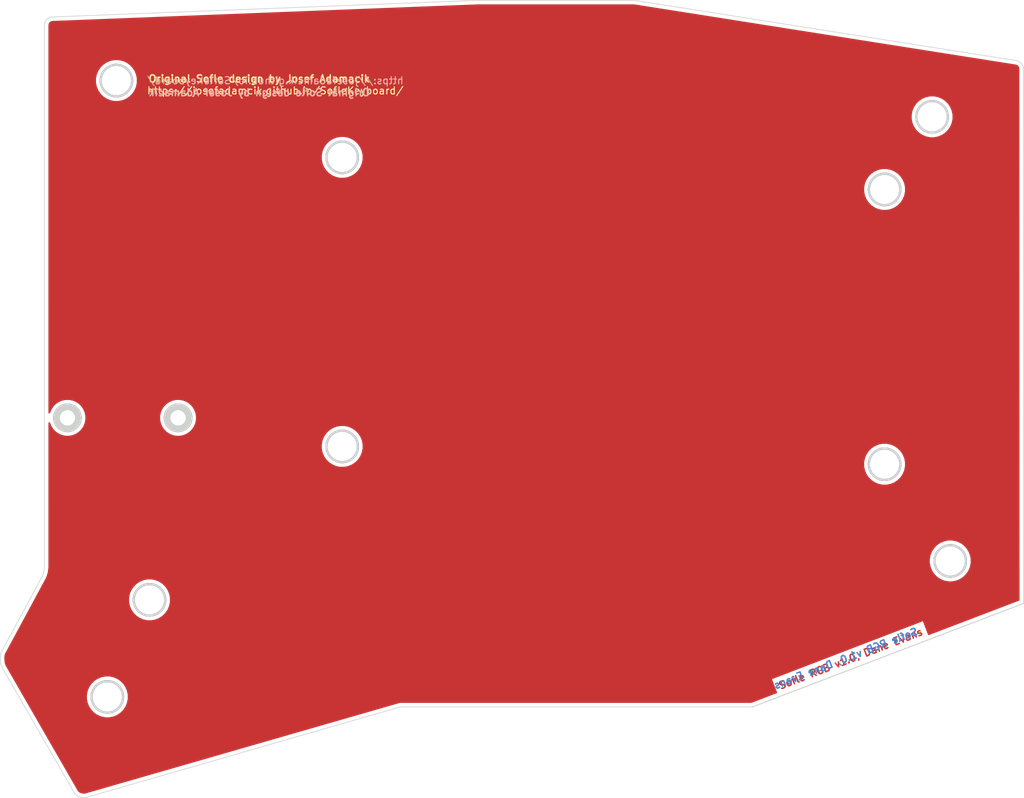
<source format=kicad_pcb>
(kicad_pcb (version 20171130) (host pcbnew "(5.1.10-1-10_14)")

  (general
    (thickness 1.6)
    (drawings 52)
    (tracks 0)
    (zones 0)
    (modules 15)
    (nets 1)
  )

  (page A4)
  (layers
    (0 F.Cu signal hide)
    (31 B.Cu signal hide)
    (32 B.Adhes user hide)
    (33 F.Adhes user hide)
    (34 B.Paste user hide)
    (35 F.Paste user hide)
    (36 B.SilkS user hide)
    (37 F.SilkS user hide)
    (38 B.Mask user hide)
    (39 F.Mask user hide)
    (40 Dwgs.User user hide)
    (41 Cmts.User user hide)
    (42 Eco1.User user hide)
    (43 Eco2.User user hide)
    (44 Edge.Cuts user)
    (45 Margin user hide)
    (46 B.CrtYd user hide)
    (47 F.CrtYd user hide)
    (48 B.Fab user hide)
    (49 F.Fab user hide)
  )

  (setup
    (last_trace_width 0.25)
    (trace_clearance 0.2)
    (zone_clearance 0.508)
    (zone_45_only no)
    (trace_min 0.2)
    (via_size 0.6)
    (via_drill 0.4)
    (via_min_size 0.4)
    (via_min_drill 0.3)
    (uvia_size 0.3)
    (uvia_drill 0.1)
    (uvias_allowed no)
    (uvia_min_size 0.2)
    (uvia_min_drill 0.1)
    (edge_width 0.15)
    (segment_width 0.2)
    (pcb_text_width 0.3)
    (pcb_text_size 1.5 1.5)
    (mod_edge_width 0.15)
    (mod_text_size 1 1)
    (mod_text_width 0.15)
    (pad_size 4 4)
    (pad_drill 2.2)
    (pad_to_mask_clearance 0.2)
    (aux_axis_origin 0 0)
    (visible_elements 7FFFFFFF)
    (pcbplotparams
      (layerselection 0x010f0_ffffffff)
      (usegerberextensions false)
      (usegerberattributes false)
      (usegerberadvancedattributes false)
      (creategerberjobfile false)
      (excludeedgelayer true)
      (linewidth 0.100000)
      (plotframeref false)
      (viasonmask false)
      (mode 1)
      (useauxorigin false)
      (hpglpennumber 1)
      (hpglpenspeed 20)
      (hpglpendiameter 15.000000)
      (psnegative false)
      (psa4output false)
      (plotreference true)
      (plotvalue true)
      (plotinvisibletext false)
      (padsonsilk false)
      (subtractmaskfromsilk false)
      (outputformat 1)
      (mirror false)
      (drillshape 0)
      (scaleselection 1)
      (outputdirectory "gerbers/"))
  )

  (net 0 "")

  (net_class Default "This is the default net class."
    (clearance 0.2)
    (trace_width 0.25)
    (via_dia 0.6)
    (via_drill 0.4)
    (uvia_dia 0.3)
    (uvia_drill 0.1)
  )

  (module Dane:gecko-logo (layer B.Cu) (tedit 0) (tstamp 5F8157B8)
    (at 187.96 130.81 180)
    (fp_text reference G*** (at 0 0) (layer B.SilkS) hide
      (effects (font (size 1.524 1.524) (thickness 0.3)) (justify mirror))
    )
    (fp_text value LOGO (at 0.75 0) (layer B.SilkS) hide
      (effects (font (size 1.524 1.524) (thickness 0.3)) (justify mirror))
    )
    (fp_poly (pts (xy 0.601318 1.845968) (xy 0.629566 1.801122) (xy 0.660606 1.731632) (xy 0.674278 1.696637)
      (xy 0.696844 1.640456) (xy 0.717741 1.594158) (xy 0.734739 1.562309) (xy 0.745612 1.549474)
      (xy 0.746125 1.549405) (xy 0.757513 1.537853) (xy 0.761992 1.50684) (xy 0.762 1.505208)
      (xy 0.766997 1.463388) (xy 0.77927 1.418191) (xy 0.781708 1.411757) (xy 0.79008 1.387564)
      (xy 0.794426 1.362926) (xy 0.794778 1.331829) (xy 0.791165 1.288257) (xy 0.783616 1.226195)
      (xy 0.782658 1.218829) (xy 0.763898 1.075159) (xy 0.904872 0.890005) (xy 0.949855 0.830926)
      (xy 0.989325 0.779091) (xy 1.020787 0.737776) (xy 1.041748 0.710256) (xy 1.049674 0.699857)
      (xy 1.063704 0.699863) (xy 1.095604 0.706722) (xy 1.139384 0.718573) (xy 1.189058 0.733553)
      (xy 1.238637 0.7498) (xy 1.282132 0.765451) (xy 1.313556 0.778644) (xy 1.325376 0.785602)
      (xy 1.346102 0.811208) (xy 1.370849 0.85208) (xy 1.395846 0.900516) (xy 1.417324 0.948813)
      (xy 1.431511 0.98927) (xy 1.4351 1.009732) (xy 1.443261 1.038113) (xy 1.462639 1.051849)
      (xy 1.485574 1.046296) (xy 1.48961 1.04277) (xy 1.497711 1.024581) (xy 1.488756 1.003156)
      (xy 1.47949 0.975875) (xy 1.473922 0.935468) (xy 1.4732 0.915429) (xy 1.476946 0.871614)
      (xy 1.489701 0.847647) (xy 1.513732 0.843044) (xy 1.551311 0.857322) (xy 1.601845 0.888082)
      (xy 1.64655 0.917306) (xy 1.675006 0.933308) (xy 1.691757 0.937452) (xy 1.701347 0.931102)
      (xy 1.706832 0.919604) (xy 1.708613 0.891777) (xy 1.689343 0.877564) (xy 1.676717 0.8763)
      (xy 1.654223 0.866178) (xy 1.626807 0.840966) (xy 1.600696 0.808396) (xy 1.582118 0.7762)
      (xy 1.577172 0.752711) (xy 1.590575 0.734045) (xy 1.61879 0.713928) (xy 1.653392 0.69651)
      (xy 1.685955 0.685939) (xy 1.708055 0.686365) (xy 1.709715 0.68744) (xy 1.731588 0.693257)
      (xy 1.754269 0.685777) (xy 1.765097 0.669315) (xy 1.765105 0.668567) (xy 1.756737 0.638731)
      (xy 1.735707 0.628278) (xy 1.71695 0.633689) (xy 1.684941 0.643864) (xy 1.644157 0.64804)
      (xy 1.603043 0.646526) (xy 1.570045 0.639627) (xy 1.553648 0.627755) (xy 1.557824 0.608475)
      (xy 1.575994 0.580265) (xy 1.602145 0.549844) (xy 1.630265 0.523931) (xy 1.654341 0.509245)
      (xy 1.66081 0.508) (xy 1.673501 0.499215) (xy 1.67397 0.479469) (xy 1.664464 0.458679)
      (xy 1.647228 0.446761) (xy 1.646924 0.446701) (xy 1.624724 0.45296) (xy 1.617287 0.467195)
      (xy 1.603162 0.483497) (xy 1.571302 0.505626) (xy 1.527773 0.530536) (xy 1.478638 0.555181)
      (xy 1.429963 0.576516) (xy 1.387813 0.591493) (xy 1.358696 0.597067) (xy 1.335049 0.59528)
      (xy 1.291811 0.590259) (xy 1.234485 0.582706) (xy 1.168573 0.573323) (xy 1.145794 0.569931)
      (xy 1.081186 0.560564) (xy 1.026188 0.553272) (xy 0.985344 0.548605) (xy 0.963198 0.547112)
      (xy 0.960582 0.547539) (xy 0.95285 0.559547) (xy 0.934297 0.589102) (xy 0.907459 0.632148)
      (xy 0.874868 0.684627) (xy 0.864033 0.702113) (xy 0.830281 0.755791) (xy 0.801348 0.800261)
      (xy 0.77975 0.831773) (xy 0.768004 0.846575) (xy 0.766718 0.847153) (xy 0.766221 0.833748)
      (xy 0.767225 0.798425) (xy 0.769569 0.744607) (xy 0.773092 0.675722) (xy 0.77763 0.595195)
      (xy 0.782195 0.51969) (xy 0.802293 0.19685) (xy 0.674235 -0.048899) (xy 0.637146 -0.121453)
      (xy 0.605074 -0.186857) (xy 0.579605 -0.241654) (xy 0.562321 -0.282389) (xy 0.554808 -0.305605)
      (xy 0.554914 -0.309249) (xy 0.56465 -0.323371) (xy 0.587103 -0.35488) (xy 0.620019 -0.400643)
      (xy 0.661142 -0.457531) (xy 0.708217 -0.52241) (xy 0.73293 -0.556386) (xy 0.781738 -0.623707)
      (xy 0.825293 -0.684305) (xy 0.861431 -0.735125) (xy 0.887987 -0.773114) (xy 0.902797 -0.795217)
      (xy 0.905128 -0.799381) (xy 0.896186 -0.80958) (xy 0.86952 -0.832363) (xy 0.828007 -0.86546)
      (xy 0.774525 -0.906601) (xy 0.711953 -0.953513) (xy 0.67945 -0.977476) (xy 0.613158 -1.026368)
      (xy 0.554118 -1.070442) (xy 0.505304 -1.107436) (xy 0.469686 -1.135088) (xy 0.450237 -1.151136)
      (xy 0.447524 -1.154032) (xy 0.454771 -1.167292) (xy 0.47848 -1.188562) (xy 0.512775 -1.213763)
      (xy 0.551777 -1.238821) (xy 0.589608 -1.259657) (xy 0.61595 -1.270839) (xy 0.661836 -1.279922)
      (xy 0.727894 -1.284321) (xy 0.79375 -1.284175) (xy 0.854907 -1.281721) (xy 0.896276 -1.277641)
      (xy 0.923462 -1.270895) (xy 0.94207 -1.260443) (xy 0.947715 -1.255604) (xy 0.968302 -1.23905)
      (xy 0.982568 -1.240003) (xy 0.996071 -1.251885) (xy 1.010095 -1.275517) (xy 1.01038 -1.291726)
      (xy 1.004043 -1.311187) (xy 1.0033 -1.315488) (xy 0.992231 -1.319205) (xy 0.965531 -1.320798)
      (xy 0.964777 -1.3208) (xy 0.931477 -1.326577) (xy 0.88835 -1.341359) (xy 0.862393 -1.353161)
      (xy 0.825523 -1.37354) (xy 0.807043 -1.390044) (xy 0.801813 -1.408357) (xy 0.80249 -1.419379)
      (xy 0.810655 -1.442615) (xy 0.832454 -1.464699) (xy 0.872752 -1.490414) (xy 0.877498 -1.493095)
      (xy 0.920395 -1.515607) (xy 0.959172 -1.53333) (xy 0.980872 -1.541067) (xy 1.011086 -1.557217)
      (xy 1.02348 -1.58196) (xy 1.014664 -1.608159) (xy 0.989736 -1.623852) (xy 0.963588 -1.62134)
      (xy 0.946604 -1.60163) (xy 0.94658 -1.601557) (xy 0.934439 -1.585989) (xy 0.906234 -1.573518)
      (xy 0.85735 -1.562119) (xy 0.856189 -1.561899) (xy 0.8112 -1.554096) (xy 0.784146 -1.552285)
      (xy 0.768149 -1.557023) (xy 0.756334 -1.568867) (xy 0.755418 -1.570067) (xy 0.743412 -1.58954)
      (xy 0.738086 -1.611828) (xy 0.738776 -1.644397) (xy 0.744529 -1.692609) (xy 0.753705 -1.7332)
      (xy 0.768434 -1.753337) (xy 0.776307 -1.7567) (xy 0.792654 -1.766329) (xy 0.791173 -1.787066)
      (xy 0.78922 -1.792693) (xy 0.770518 -1.819723) (xy 0.746584 -1.827086) (xy 0.725108 -1.81457)
      (xy 0.715858 -1.794699) (xy 0.705533 -1.762443) (xy 0.688996 -1.719388) (xy 0.678199 -1.693925)
      (xy 0.656494 -1.652148) (xy 0.6354 -1.629869) (xy 0.616907 -1.622674) (xy 0.598938 -1.621182)
      (xy 0.586424 -1.62844) (xy 0.575552 -1.649456) (xy 0.562509 -1.689235) (xy 0.560077 -1.697305)
      (xy 0.548515 -1.743116) (xy 0.542396 -1.78247) (xy 0.542781 -1.80478) (xy 0.540636 -1.832634)
      (xy 0.522993 -1.849417) (xy 0.498441 -1.85211) (xy 0.475573 -1.837697) (xy 0.470613 -1.830133)
      (xy 0.465358 -1.805782) (xy 0.477852 -1.78937) (xy 0.486811 -1.778222) (xy 0.491885 -1.759795)
      (xy 0.493451 -1.729159) (xy 0.491886 -1.681383) (xy 0.489369 -1.638811) (xy 0.485863 -1.588646)
      (xy 0.481217 -1.548358) (xy 0.473348 -1.513756) (xy 0.460173 -1.480648) (xy 0.439611 -1.444843)
      (xy 0.409578 -1.402149) (xy 0.367991 -1.348374) (xy 0.312767 -1.279327) (xy 0.307478 -1.272744)
      (xy 0.275793 -1.234556) (xy 0.251581 -1.205072) (xy 0.23606 -1.181175) (xy 0.230445 -1.159746)
      (xy 0.235952 -1.137667) (xy 0.253798 -1.111818) (xy 0.285198 -1.079081) (xy 0.331368 -1.036338)
      (xy 0.393525 -0.980471) (xy 0.436648 -0.94149) (xy 0.612946 -0.781215) (xy 0.507883 -0.682707)
      (xy 0.465446 -0.643541) (xy 0.42979 -0.611801) (xy 0.404922 -0.590976) (xy 0.395084 -0.584448)
      (xy 0.38554 -0.59463) (xy 0.365898 -0.62192) (xy 0.339327 -0.661764) (xy 0.317966 -0.695224)
      (xy 0.258908 -0.778294) (xy 0.184258 -0.86661) (xy 0.100686 -0.953183) (xy 0.01486 -1.031026)
      (xy -0.052686 -1.08356) (xy -0.122406 -1.12796) (xy -0.205824 -1.173371) (xy -0.294379 -1.215697)
      (xy -0.379512 -1.250837) (xy -0.45085 -1.274214) (xy -0.536598 -1.292799) (xy -0.633428 -1.306921)
      (xy -0.731482 -1.315588) (xy -0.820897 -1.317808) (xy -0.864133 -1.315816) (xy -1.016028 -1.290813)
      (xy -1.162582 -1.24203) (xy -1.301703 -1.170877) (xy -1.431298 -1.078765) (xy -1.549276 -0.967106)
      (xy -1.653546 -0.837309) (xy -1.713517 -0.74295) (xy -1.74279 -0.69215) (xy -1.707554 -0.7366)
      (xy -1.664556 -0.7864) (xy -1.609239 -0.844071) (xy -1.547225 -0.90434) (xy -1.484138 -0.961931)
      (xy -1.425601 -1.011569) (xy -1.377237 -1.047981) (xy -1.3716 -1.051721) (xy -1.245176 -1.120651)
      (xy -1.112029 -1.168911) (xy -0.975949 -1.195852) (xy -0.840726 -1.200823) (xy -0.710149 -1.183173)
      (xy -0.669045 -1.172369) (xy -0.589275 -1.14386) (xy -0.499007 -1.103771) (xy -0.407416 -1.056592)
      (xy -0.323675 -1.006812) (xy -0.303663 -0.99355) (xy -0.235204 -0.943689) (xy -0.173883 -0.891145)
      (xy -0.116659 -0.832288) (xy -0.060488 -0.76349) (xy -0.00233 -0.681122) (xy 0.060859 -0.581556)
      (xy 0.108154 -0.502344) (xy 0.1822 -0.376039) (xy 0.062525 -0.264936) (xy 0.017749 -0.224694)
      (xy -0.019949 -0.193325) (xy -0.047049 -0.173572) (xy -0.060033 -0.168175) (xy -0.060612 -0.168991)
      (xy -0.063064 -0.186795) (xy -0.067286 -0.224592) (xy -0.072716 -0.277084) (xy -0.078788 -0.338971)
      (xy -0.079662 -0.348129) (xy -0.09525 -0.512109) (xy -0.299052 -0.315576) (xy -0.368065 -0.2495)
      (xy -0.422106 -0.199121) (xy -0.46408 -0.162089) (xy -0.496893 -0.136058) (xy -0.52345 -0.11868)
      (xy -0.546657 -0.107608) (xy -0.563249 -0.102132) (xy -0.6089 -0.094084) (xy -0.665441 -0.090868)
      (xy -0.725859 -0.092064) (xy -0.783143 -0.097253) (xy -0.830281 -0.106016) (xy -0.860263 -0.117934)
      (xy -0.862931 -0.120043) (xy -0.883564 -0.132646) (xy -0.904041 -0.125093) (xy -0.907144 -0.122883)
      (xy -0.924869 -0.098751) (xy -0.922059 -0.074377) (xy -0.901259 -0.05852) (xy -0.887849 -0.056509)
      (xy -0.857992 -0.051155) (xy -0.817757 -0.038243) (xy -0.775521 -0.021207) (xy -0.73966 -0.003477)
      (xy -0.718549 0.011514) (xy -0.717079 0.013464) (xy -0.711706 0.043532) (xy -0.731487 0.075317)
      (xy -0.776246 0.1086) (xy -0.802846 0.123172) (xy -0.846133 0.144559) (xy -0.88281 0.161534)
      (xy -0.904875 0.170398) (xy -0.923089 0.186663) (xy -0.92562 0.213132) (xy -0.91186 0.238761)
      (xy -0.886202 0.253155) (xy -0.865284 0.244529) (xy -0.857715 0.230065) (xy -0.842035 0.212182)
      (xy -0.805346 0.195931) (xy -0.771134 0.186141) (xy -0.727794 0.175774) (xy -0.701505 0.1724)
      (xy -0.68481 0.176342) (xy -0.670251 0.187925) (xy -0.667477 0.190653) (xy -0.650729 0.22229)
      (xy -0.644282 0.26675) (xy -0.647785 0.313935) (xy -0.660888 0.353751) (xy -0.673713 0.370336)
      (xy -0.695731 0.399876) (xy -0.693593 0.428694) (xy -0.68473 0.440491) (xy -0.662197 0.449456)
      (xy -0.63772 0.443539) (xy -0.623057 0.426451) (xy -0.622302 0.420794) (xy -0.617439 0.399053)
      (xy -0.604716 0.362372) (xy -0.587726 0.320675) (xy -0.567687 0.277703) (xy -0.551789 0.253565)
      (xy -0.535673 0.243162) (xy -0.519885 0.2413) (xy -0.500593 0.243994) (xy -0.486971 0.255817)
      (xy -0.474837 0.282385) (xy -0.463835 0.316562) (xy -0.452711 0.361044) (xy -0.447255 0.399122)
      (xy -0.447978 0.418328) (xy -0.445173 0.445306) (xy -0.426489 0.461615) (xy -0.400696 0.46273)
      (xy -0.382942 0.451885) (xy -0.369497 0.431384) (xy -0.376492 0.408955) (xy -0.378074 0.406368)
      (xy -0.386015 0.379699) (xy -0.391323 0.331391) (xy -0.393631 0.265106) (xy -0.3937 0.249869)
      (xy -0.3937 0.118392) (xy -0.295542 -0.017758) (xy -0.259737 -0.067889) (xy -0.23293 -0.103877)
      (xy -0.213377 -0.124241) (xy -0.199338 -0.127498) (xy -0.18907 -0.112168) (xy -0.180831 -0.076767)
      (xy -0.17288 -0.019814) (xy -0.163474 0.060174) (xy -0.158977 0.098425) (xy -0.150573 0.165099)
      (xy -0.142524 0.221828) (xy -0.135513 0.264303) (xy -0.130224 0.288217) (xy -0.128292 0.291896)
      (xy -0.116972 0.283703) (xy -0.08983 0.260962) (xy -0.049816 0.226239) (xy 0.000122 0.182097)
      (xy 0.057035 0.131103) (xy 0.068815 0.12047) (xy 0.126385 0.068712) (xy 0.177192 0.023547)
      (xy 0.218381 -0.01253) (xy 0.247097 -0.037023) (xy 0.260485 -0.047436) (xy 0.261083 -0.047601)
      (xy 0.261331 -0.034505) (xy 0.260091 -0.000703) (xy 0.257581 0.049168) (xy 0.254018 0.110473)
      (xy 0.252589 0.13335) (xy 0.249029 0.201805) (xy 0.247622 0.26684) (xy 0.248542 0.334176)
      (xy 0.251965 0.409529) (xy 0.258064 0.498618) (xy 0.267016 0.607161) (xy 0.267101 0.608138)
      (xy 0.27422 0.69206) (xy 0.280255 0.767122) (xy 0.284948 0.829767) (xy 0.28804 0.87644)
      (xy 0.289273 0.903583) (xy 0.288988 0.909046) (xy 0.277089 0.904726) (xy 0.247466 0.890094)
      (xy 0.204473 0.867394) (xy 0.152465 0.83887) (xy 0.147917 0.836333) (xy 0.095449 0.807477)
      (xy 0.051725 0.784305) (xy 0.021069 0.769044) (xy 0.007803 0.763922) (xy 0.007616 0.764025)
      (xy -0.012673 0.789778) (xy -0.0446 0.827869) (xy -0.084851 0.874584) (xy -0.130114 0.926209)
      (xy -0.177074 0.97903) (xy -0.22242 1.029333) (xy -0.262837 1.073404) (xy -0.295012 1.10753)
      (xy -0.315633 1.127996) (xy -0.320628 1.131974) (xy -0.363934 1.15182) (xy -0.414328 1.169997)
      (xy -0.46492 1.184616) (xy -0.508821 1.19379) (xy -0.539143 1.19563) (xy -0.546142 1.193778)
      (xy -0.571121 1.191617) (xy -0.58999 1.206902) (xy -0.594323 1.231782) (xy -0.592724 1.237166)
      (xy -0.583761 1.246549) (xy -0.562816 1.250806) (xy -0.524833 1.250496) (xy -0.491626 1.24834)
      (xy -0.443423 1.245136) (xy -0.414705 1.245452) (xy -0.399653 1.250593) (xy -0.392447 1.261864)
      (xy -0.389706 1.271203) (xy -0.388787 1.299359) (xy -0.402215 1.330795) (xy -0.432369 1.369713)
      (xy -0.464694 1.403648) (xy -0.49351 1.43906) (xy -0.502254 1.466086) (xy -0.49076 1.482293)
      (xy -0.470299 1.4859) (xy -0.448594 1.477048) (xy -0.444478 1.463675) (xy -0.433728 1.442632)
      (xy -0.406809 1.418521) (xy -0.371663 1.396265) (xy -0.336235 1.380785) (xy -0.308464 1.377)
      (xy -0.305673 1.377674) (xy -0.285541 1.395323) (xy -0.268212 1.428926) (xy -0.256625 1.46904)
      (xy -0.253722 1.50622) (xy -0.259225 1.526859) (xy -0.26524 1.551343) (xy -0.257711 1.56347)
      (xy -0.234824 1.573042) (xy -0.214085 1.563218) (xy -0.204517 1.539056) (xy -0.204663 1.533727)
      (xy -0.205747 1.504157) (xy -0.205672 1.461822) (xy -0.205176 1.439757) (xy -0.202076 1.399325)
      (xy -0.194331 1.377699) (xy -0.179545 1.368383) (xy -0.178767 1.368174) (xy -0.156212 1.373851)
      (xy -0.128007 1.396134) (xy -0.099873 1.428915) (xy -0.077534 1.466087) (xy -0.070565 1.48365)
      (xy -0.055069 1.506221) (xy -0.033964 1.508866) (xy -0.010547 1.497366) (xy -0.002679 1.477904)
      (xy -0.012457 1.459944) (xy -0.02207 1.455208) (xy -0.036615 1.440044) (xy -0.054483 1.406504)
      (xy -0.073371 1.360983) (xy -0.090975 1.309873) (xy -0.104991 1.259568) (xy -0.113115 1.216462)
      (xy -0.114248 1.199394) (xy -0.106347 1.16748) (xy -0.083771 1.119396) (xy -0.048112 1.058483)
      (xy -0.04377 1.051629) (xy 0.026655 0.941208) (xy 0.162552 1.012297) (xy 0.216038 1.040528)
      (xy 0.261262 1.064871) (xy 0.293464 1.08273) (xy 0.307881 1.091511) (xy 0.307889 1.091518)
      (xy 0.310779 1.106752) (xy 0.311334 1.141754) (xy 0.309605 1.191003) (xy 0.306511 1.238252)
      (xy 0.3021 1.302026) (xy 0.300905 1.346928) (xy 0.303347 1.379329) (xy 0.309844 1.405602)
      (xy 0.319018 1.428202) (xy 0.333996 1.470421) (xy 0.342144 1.511313) (xy 0.342621 1.519894)
      (xy 0.34897 1.553094) (xy 0.36293 1.564344) (xy 0.376269 1.577095) (xy 0.396877 1.608757)
      (xy 0.422088 1.654864) (xy 0.445016 1.7018) (xy 0.483707 1.779631) (xy 0.517056 1.833)
      (xy 0.54669 1.86187) (xy 0.574235 1.866205) (xy 0.601318 1.845968)) (layer B.Mask) (width 0.01))
  )

  (module "Dane:big gecko" (layer B.Cu) (tedit 0) (tstamp 5F815775)
    (at 129.54 116.84 180)
    (fp_text reference G*** (at 0 0) (layer B.SilkS) hide
      (effects (font (size 1.524 1.524) (thickness 0.3)) (justify mirror))
    )
    (fp_text value LOGO (at 0.75 0) (layer B.SilkS) hide
      (effects (font (size 1.524 1.524) (thickness 0.3)) (justify mirror))
    )
    (fp_poly (pts (xy 4.008792 12.306448) (xy 4.197112 12.00748) (xy 4.404044 11.54421) (xy 4.495193 11.310908)
      (xy 4.645632 10.936371) (xy 4.784941 10.627718) (xy 4.898265 10.415388) (xy 4.970751 10.329822)
      (xy 4.974167 10.329363) (xy 5.050092 10.252351) (xy 5.079949 10.045593) (xy 5.08 10.034713)
      (xy 5.113317 9.755915) (xy 5.195135 9.454602) (xy 5.211393 9.41171) (xy 5.267201 9.250425)
      (xy 5.296179 9.086173) (xy 5.298526 8.878855) (xy 5.274438 8.588374) (xy 5.224113 8.174631)
      (xy 5.217722 8.125525) (xy 5.092658 7.167724) (xy 6.032483 5.933362) (xy 6.332372 5.539501)
      (xy 6.595504 5.193938) (xy 6.805253 4.918506) (xy 6.944992 4.735039) (xy 6.997831 4.665712)
      (xy 7.091364 4.66575) (xy 7.304027 4.711479) (xy 7.595899 4.790485) (xy 7.927058 4.890351)
      (xy 8.257583 4.998662) (xy 8.547553 5.103002) (xy 8.757046 5.190955) (xy 8.83584 5.237342)
      (xy 8.974014 5.408051) (xy 9.138994 5.68053) (xy 9.305645 6.003434) (xy 9.44883 6.325416)
      (xy 9.543412 6.595131) (xy 9.567334 6.731543) (xy 9.621743 6.920752) (xy 9.750929 7.012322)
      (xy 9.903831 6.975306) (xy 9.930738 6.951796) (xy 9.984745 6.830536) (xy 9.925047 6.687702)
      (xy 9.863269 6.505829) (xy 9.82615 6.236452) (xy 9.821334 6.102854) (xy 9.846313 5.810759)
      (xy 9.931342 5.650976) (xy 10.091553 5.620288) (xy 10.342079 5.715478) (xy 10.678968 5.920542)
      (xy 10.977005 6.115371) (xy 11.166712 6.22205) (xy 11.278384 6.249676) (xy 11.342316 6.207344)
      (xy 11.378883 6.130693) (xy 11.390757 5.94518) (xy 11.262293 5.850421) (xy 11.178118 5.842)
      (xy 11.028157 5.774518) (xy 10.845381 5.606436) (xy 10.671308 5.389302) (xy 10.547456 5.174661)
      (xy 10.514483 5.018067) (xy 10.603837 4.893628) (xy 10.791938 4.759518) (xy 11.022617 4.643398)
      (xy 11.239706 4.572926) (xy 11.387038 4.575764) (xy 11.398102 4.582931) (xy 11.543923 4.621711)
      (xy 11.695131 4.571846) (xy 11.767317 4.462096) (xy 11.76737 4.457108) (xy 11.711584 4.258201)
      (xy 11.571384 4.188517) (xy 11.446334 4.224592) (xy 11.232943 4.292421) (xy 10.961049 4.320264)
      (xy 10.686957 4.310168) (xy 10.466973 4.264179) (xy 10.357659 4.185027) (xy 10.385497 4.056494)
      (xy 10.506628 3.868428) (xy 10.680968 3.665621) (xy 10.868434 3.492869) (xy 11.028942 3.394964)
      (xy 11.072072 3.386666) (xy 11.156678 3.328096) (xy 11.159805 3.196456) (xy 11.096428 3.057855)
      (xy 10.981522 2.978401) (xy 10.979499 2.978001) (xy 10.831494 3.019731) (xy 10.781916 3.114629)
      (xy 10.687751 3.22331) (xy 10.475353 3.370838) (xy 10.185155 3.536905) (xy 9.85759 3.701206)
      (xy 9.533091 3.843434) (xy 9.25209 3.943281) (xy 9.057977 3.980444) (xy 8.900327 3.96853)
      (xy 8.612074 3.935059) (xy 8.2299 3.884706) (xy 7.790492 3.822147) (xy 7.638629 3.799537)
      (xy 7.20791 3.737089) (xy 6.841258 3.688476) (xy 6.568964 3.657362) (xy 6.421322 3.647409)
      (xy 6.403881 3.65026) (xy 6.352335 3.730308) (xy 6.228652 3.927343) (xy 6.049727 4.214317)
      (xy 5.832458 4.564178) (xy 5.760223 4.680749) (xy 5.535213 5.0386) (xy 5.342323 5.335072)
      (xy 5.198334 5.545152) (xy 5.120027 5.643829) (xy 5.11146 5.647682) (xy 5.108142 5.558319)
      (xy 5.114837 5.322827) (xy 5.130465 4.964044) (xy 5.153947 4.50481) (xy 5.184204 3.967966)
      (xy 5.214635 3.464599) (xy 5.348626 1.312333) (xy 4.494901 -0.325997) (xy 4.247641 -0.809688)
      (xy 4.033833 -1.245714) (xy 3.864036 -1.611031) (xy 3.748813 -1.882597) (xy 3.698722 -2.03737)
      (xy 3.699431 -2.061664) (xy 3.764335 -2.155813) (xy 3.914025 -2.36587) (xy 4.133465 -2.67096)
      (xy 4.407619 -3.050208) (xy 4.72145 -3.482739) (xy 4.886202 -3.709242) (xy 5.211588 -4.158048)
      (xy 5.501956 -4.562034) (xy 5.742876 -4.900838) (xy 5.919918 -5.154098) (xy 6.018652 -5.301451)
      (xy 6.034192 -5.329213) (xy 5.974578 -5.3972) (xy 5.796802 -5.549089) (xy 5.520049 -5.769738)
      (xy 5.163506 -6.044007) (xy 4.746359 -6.356755) (xy 4.529667 -6.516513) (xy 4.087721 -6.842454)
      (xy 3.694126 -7.136281) (xy 3.368695 -7.38291) (xy 3.131242 -7.567258) (xy 3.001582 -7.674241)
      (xy 2.983499 -7.693548) (xy 3.031808 -7.781953) (xy 3.189871 -7.923749) (xy 3.418502 -8.091759)
      (xy 3.678515 -8.258807) (xy 3.930726 -8.397718) (xy 4.106334 -8.472264) (xy 4.412245 -8.532817)
      (xy 4.852633 -8.562141) (xy 5.291667 -8.561172) (xy 5.699381 -8.544809) (xy 5.975175 -8.517608)
      (xy 6.156416 -8.472635) (xy 6.280471 -8.402956) (xy 6.318106 -8.370696) (xy 6.455348 -8.26034)
      (xy 6.550458 -8.26669) (xy 6.640475 -8.345903) (xy 6.73397 -8.503449) (xy 6.735869 -8.611508)
      (xy 6.693626 -8.741251) (xy 6.688667 -8.769925) (xy 6.61488 -8.794702) (xy 6.436877 -8.805327)
      (xy 6.431852 -8.805334) (xy 6.209851 -8.843847) (xy 5.922339 -8.942397) (xy 5.749288 -9.021077)
      (xy 5.503488 -9.156939) (xy 5.380292 -9.266966) (xy 5.345425 -9.389048) (xy 5.349936 -9.462532)
      (xy 5.404373 -9.617435) (xy 5.549696 -9.76466) (xy 5.818351 -9.936095) (xy 5.849987 -9.953969)
      (xy 6.135973 -10.104049) (xy 6.394482 -10.222203) (xy 6.539148 -10.273783) (xy 6.740576 -10.381449)
      (xy 6.823204 -10.546402) (xy 6.764427 -10.721065) (xy 6.598243 -10.825684) (xy 6.423925 -10.808936)
      (xy 6.310694 -10.677535) (xy 6.31054 -10.677053) (xy 6.2296 -10.573265) (xy 6.041563 -10.490123)
      (xy 5.715668 -10.414131) (xy 5.70793 -10.412666) (xy 5.408003 -10.360645) (xy 5.227642 -10.348569)
      (xy 5.120999 -10.380156) (xy 5.042228 -10.459119) (xy 5.036122 -10.467114) (xy 4.956084 -10.596938)
      (xy 4.920577 -10.745522) (xy 4.925177 -10.962647) (xy 4.963532 -11.284063) (xy 5.024702 -11.554672)
      (xy 5.1229 -11.688914) (xy 5.175385 -11.711335) (xy 5.284364 -11.775531) (xy 5.274491 -11.913776)
      (xy 5.26147 -11.951289) (xy 5.136793 -12.13149) (xy 4.97723 -12.180574) (xy 4.834055 -12.097138)
      (xy 4.77239 -11.964663) (xy 4.703558 -11.749624) (xy 4.593307 -11.462588) (xy 4.521332 -11.292838)
      (xy 4.376632 -11.014322) (xy 4.236003 -10.865797) (xy 4.11272 -10.817832) (xy 3.992927 -10.807882)
      (xy 3.909496 -10.856272) (xy 3.837014 -10.996375) (xy 3.750065 -11.261568) (xy 3.733853 -11.315367)
      (xy 3.656769 -11.620774) (xy 3.615975 -11.883137) (xy 3.618542 -12.031873) (xy 3.604244 -12.217563)
      (xy 3.486621 -12.329447) (xy 3.322945 -12.347405) (xy 3.170487 -12.251316) (xy 3.137425 -12.200891)
      (xy 3.102392 -12.038553) (xy 3.185683 -11.929135) (xy 3.245412 -11.854815) (xy 3.279239 -11.731973)
      (xy 3.289678 -11.527733) (xy 3.279244 -11.209225) (xy 3.262465 -10.925411) (xy 3.23909 -10.590975)
      (xy 3.208115 -10.322389) (xy 3.155655 -10.091708) (xy 3.067826 -9.87099) (xy 2.930743 -9.632288)
      (xy 2.73052 -9.34766) (xy 2.453274 -8.989161) (xy 2.085118 -8.528847) (xy 2.04986 -8.484966)
      (xy 1.838623 -8.230376) (xy 1.677213 -8.033819) (xy 1.573738 -7.874506) (xy 1.536304 -7.731646)
      (xy 1.573018 -7.584448) (xy 1.691989 -7.412123) (xy 1.901321 -7.193879) (xy 2.209124 -6.908926)
      (xy 2.623503 -6.536474) (xy 2.910989 -6.276605) (xy 4.086311 -5.208104) (xy 3.385888 -4.551385)
      (xy 3.102975 -4.290276) (xy 2.865272 -4.078676) (xy 2.69948 -3.939842) (xy 2.633899 -3.896326)
      (xy 2.57027 -3.964205) (xy 2.439322 -4.146134) (xy 2.262183 -4.411767) (xy 2.119776 -4.634828)
      (xy 1.726054 -5.188633) (xy 1.228388 -5.777403) (xy 0.67124 -6.354557) (xy 0.099071 -6.873513)
      (xy -0.351238 -7.22374) (xy -0.816039 -7.519737) (xy -1.372154 -7.82248) (xy -1.962521 -8.104647)
      (xy -2.530077 -8.338915) (xy -3.005666 -8.494765) (xy -3.577315 -8.618661) (xy -4.222851 -8.712809)
      (xy -4.87654 -8.770592) (xy -5.472646 -8.785393) (xy -5.760882 -8.772109) (xy -6.773518 -8.605423)
      (xy -7.750544 -8.280201) (xy -8.678015 -7.805848) (xy -9.541983 -7.191771) (xy -10.328505 -6.447374)
      (xy -11.023634 -5.582064) (xy -11.423444 -4.953) (xy -11.618595 -4.614334) (xy -11.383689 -4.910667)
      (xy -11.097038 -5.242669) (xy -10.728255 -5.627146) (xy -10.314829 -6.028936) (xy -9.894248 -6.412875)
      (xy -9.504001 -6.743799) (xy -9.181575 -6.986544) (xy -9.144 -7.011478) (xy -8.301169 -7.471008)
      (xy -7.413523 -7.792745) (xy -6.506325 -7.972352) (xy -5.604838 -8.005491) (xy -4.734323 -7.887822)
      (xy -4.4603 -7.815795) (xy -3.928496 -7.625735) (xy -3.326712 -7.358476) (xy -2.716103 -7.043948)
      (xy -2.157827 -6.712081) (xy -2.024415 -6.623671) (xy -1.568021 -6.291266) (xy -1.159217 -5.94097)
      (xy -0.77772 -5.54859) (xy -0.403251 -5.089936) (xy -0.015528 -4.540817) (xy 0.405731 -3.877043)
      (xy 0.721031 -3.348967) (xy 1.214673 -2.506933) (xy 0.416836 -1.766246) (xy 0.118329 -1.497962)
      (xy -0.132987 -1.288836) (xy -0.313654 -1.157147) (xy -0.400215 -1.121172) (xy -0.404075 -1.126613)
      (xy -0.420423 -1.245302) (xy -0.448572 -1.497282) (xy -0.484767 -1.847228) (xy -0.52525 -2.259812)
      (xy -0.531075 -2.320866) (xy -0.635 -3.414065) (xy -1.993674 -2.10384) (xy -2.453761 -1.663339)
      (xy -2.814034 -1.327474) (xy -3.093861 -1.080596) (xy -3.312614 -0.907056) (xy -3.489664 -0.791204)
      (xy -3.644379 -0.717392) (xy -3.754993 -0.680882) (xy -4.059333 -0.627232) (xy -4.436269 -0.605791)
      (xy -4.839055 -0.613764) (xy -5.220949 -0.648357) (xy -5.535206 -0.706776) (xy -5.735081 -0.786228)
      (xy -5.752868 -0.800293) (xy -5.890426 -0.884312) (xy -6.026935 -0.833959) (xy -6.047621 -0.819224)
      (xy -6.165791 -0.658346) (xy -6.147055 -0.49585) (xy -6.008391 -0.390139) (xy -5.918991 -0.376733)
      (xy -5.719942 -0.341037) (xy -5.451712 -0.25496) (xy -5.170139 -0.141382) (xy -4.931064 -0.023183)
      (xy -4.790326 0.076757) (xy -4.780521 0.089756) (xy -4.744706 0.290207) (xy -4.876575 0.502113)
      (xy -5.174969 0.723995) (xy -5.352301 0.821142) (xy -5.640886 0.963725) (xy -5.885397 1.076887)
      (xy -6.0325 1.135985) (xy -6.153923 1.244416) (xy -6.170799 1.420877) (xy -6.079066 1.591733)
      (xy -5.908012 1.687696) (xy -5.768555 1.63019) (xy -5.718099 1.533763) (xy -5.613565 1.414546)
      (xy -5.368973 1.306206) (xy -5.140893 1.240937) (xy -4.851955 1.171824) (xy -4.676694 1.149327)
      (xy -4.565394 1.175608) (xy -4.468336 1.252832) (xy -4.449843 1.271017) (xy -4.338189 1.48193)
      (xy -4.295208 1.778327) (xy -4.318563 2.092898) (xy -4.405918 2.358337) (xy -4.491418 2.468905)
      (xy -4.638202 2.665836) (xy -4.623949 2.857959) (xy -4.56486 2.936606) (xy -4.414643 2.996368)
      (xy -4.251464 2.956924) (xy -4.153709 2.843006) (xy -4.148677 2.805292) (xy -4.116256 2.66035)
      (xy -4.031437 2.415811) (xy -3.91817 2.137833) (xy -3.784575 1.85135) (xy -3.678589 1.690432)
      (xy -3.571148 1.621077) (xy -3.465898 1.608666) (xy -3.337283 1.626621) (xy -3.24647 1.70544)
      (xy -3.165577 1.882562) (xy -3.092227 2.11041) (xy -3.018068 2.406957) (xy -2.9817 2.660811)
      (xy -2.986519 2.788852) (xy -2.967814 2.968704) (xy -2.843258 3.077427) (xy -2.671303 3.08486)
      (xy -2.552944 3.012563) (xy -2.463307 2.875893) (xy -2.509946 2.726361) (xy -2.520488 2.709113)
      (xy -2.573431 2.53132) (xy -2.608814 2.209271) (xy -2.624203 1.767369) (xy -2.624666 1.665787)
      (xy -2.624666 0.789277) (xy -1.970276 -0.118391) (xy -1.731578 -0.452595) (xy -1.55286 -0.692516)
      (xy -1.422511 -0.828275) (xy -1.328915 -0.849992) (xy -1.260462 -0.747787) (xy -1.205538 -0.511781)
      (xy -1.15253 -0.132094) (xy -1.089825 0.401154) (xy -1.059842 0.656166) (xy -1.003816 1.100655)
      (xy -0.950156 1.478847) (xy -0.903417 1.762018) (xy -0.868156 1.921444) (xy -0.855276 1.945973)
      (xy -0.77981 1.89135) (xy -0.598866 1.739745) (xy -0.332103 1.508256) (xy 0.000818 1.21398)
      (xy 0.380239 0.874015) (xy 0.45877 0.803132) (xy 0.842573 0.458076) (xy 1.181285 0.156974)
      (xy 1.455877 -0.083538) (xy 1.647316 -0.246823) (xy 1.736573 -0.316246) (xy 1.740554 -0.317341)
      (xy 1.742207 -0.230037) (xy 1.733942 -0.004692) (xy 1.717208 0.327785) (xy 1.693456 0.736484)
      (xy 1.683933 0.889) (xy 1.660198 1.345361) (xy 1.650815 1.778933) (xy 1.65695 2.227835)
      (xy 1.679767 2.730189) (xy 1.720432 3.324116) (xy 1.780111 4.047739) (xy 1.780676 4.05425)
      (xy 1.828135 4.613729) (xy 1.86837 5.114142) (xy 1.899657 5.531778) (xy 1.920272 5.842928)
      (xy 1.928489 6.023881) (xy 1.926587 6.060301) (xy 1.847266 6.031503) (xy 1.649779 5.933955)
      (xy 1.363159 5.782622) (xy 1.016435 5.592466) (xy 0.986118 5.575549) (xy 0.636329 5.383178)
      (xy 0.344837 5.228696) (xy 0.140462 5.126955) (xy 0.052021 5.092809) (xy 0.050775 5.093497)
      (xy -0.084486 5.265183) (xy -0.297331 5.519122) (xy -0.565672 5.830555) (xy -0.867421 6.174721)
      (xy -1.180491 6.526861) (xy -1.482793 6.862215) (xy -1.75224 7.156024) (xy -1.966744 7.383528)
      (xy -2.104217 7.519968) (xy -2.137516 7.546491) (xy -2.426226 7.678799) (xy -2.762183 7.799976)
      (xy -3.099463 7.897437) (xy -3.392138 7.958596) (xy -3.594284 7.970865) (xy -3.640942 7.958519)
      (xy -3.807467 7.944113) (xy -3.933264 8.046007) (xy -3.962151 8.211873) (xy -3.951489 8.247772)
      (xy -3.891739 8.310323) (xy -3.752101 8.338704) (xy -3.498886 8.336639) (xy -3.277501 8.322266)
      (xy -2.956151 8.300904) (xy -2.764697 8.303008) (xy -2.664348 8.33728) (xy -2.61631 8.412421)
      (xy -2.598038 8.474684) (xy -2.591908 8.662391) (xy -2.681429 8.871965) (xy -2.882455 9.131414)
      (xy -3.09796 9.357649) (xy -3.290062 9.593732) (xy -3.348354 9.773902) (xy -3.271731 9.881951)
      (xy -3.135324 9.906) (xy -2.990623 9.846983) (xy -2.963182 9.757833) (xy -2.891514 9.617542)
      (xy -2.712054 9.456806) (xy -2.477753 9.308432) (xy -2.24156 9.205227) (xy -2.056426 9.179999)
      (xy -2.037813 9.184488) (xy -1.903603 9.302147) (xy -1.788074 9.526172) (xy -1.71083 9.793598)
      (xy -1.691474 10.041462) (xy -1.728163 10.179053) (xy -1.768266 10.342283) (xy -1.718071 10.423129)
      (xy -1.565487 10.486942) (xy -1.427232 10.42145) (xy -1.363442 10.260369) (xy -1.364419 10.224846)
      (xy -1.371645 10.027713) (xy -1.37114 9.745478) (xy -1.367834 9.598375) (xy -1.347171 9.328831)
      (xy -1.295538 9.184657) (xy -1.196962 9.122553) (xy -1.191779 9.121153) (xy -1.04141 9.159003)
      (xy -0.853374 9.307554) (xy -0.665819 9.526094) (xy -0.516892 9.773913) (xy -0.470429 9.890996)
      (xy -0.367123 10.041468) (xy -0.226426 10.059102) (xy -0.070309 9.982436) (xy -0.017853 9.852691)
      (xy -0.083045 9.732959) (xy -0.147127 9.701381) (xy -0.244094 9.600287) (xy -0.363217 9.37669)
      (xy -0.489137 9.073214) (xy -0.606496 8.732482) (xy -0.699935 8.397117) (xy -0.754096 8.109741)
      (xy -0.761648 7.995958) (xy -0.708977 7.783194) (xy -0.558471 7.462639) (xy -0.320743 7.056549)
      (xy -0.291795 7.010859) (xy 0.177706 6.274718) (xy 1.083686 6.748646) (xy 1.440256 6.936849)
      (xy 1.74175 7.099134) (xy 1.956427 7.218197) (xy 2.052542 7.276736) (xy 2.052596 7.276782)
      (xy 2.071864 7.378344) (xy 2.075562 7.611689) (xy 2.064035 7.940014) (xy 2.043409 8.255007)
      (xy 2.014001 8.680171) (xy 2.006037 8.979515) (xy 2.022315 9.195521) (xy 2.065631 9.370673)
      (xy 2.126787 9.521345) (xy 2.226646 9.802804) (xy 2.280965 10.075418) (xy 2.284141 10.132625)
      (xy 2.326472 10.353958) (xy 2.419538 10.428958) (xy 2.508462 10.513964) (xy 2.645849 10.725041)
      (xy 2.813924 11.032423) (xy 2.966776 11.345333) (xy 3.224719 11.864203) (xy 3.447046 12.219994)
      (xy 3.644604 12.412461) (xy 3.828238 12.441361) (xy 4.008792 12.306448)) (layer B.Mask) (width 0.01))
  )

  (module "Dane:big gecko" (layer F.Cu) (tedit 0) (tstamp 5F815764)
    (at 124.46 116.84)
    (fp_text reference G*** (at 0 0) (layer F.SilkS) hide
      (effects (font (size 1.524 1.524) (thickness 0.3)))
    )
    (fp_text value LOGO (at 0.75 0) (layer F.SilkS) hide
      (effects (font (size 1.524 1.524) (thickness 0.3)))
    )
    (fp_poly (pts (xy 4.008792 -12.306448) (xy 4.197112 -12.00748) (xy 4.404044 -11.54421) (xy 4.495193 -11.310908)
      (xy 4.645632 -10.936371) (xy 4.784941 -10.627718) (xy 4.898265 -10.415388) (xy 4.970751 -10.329822)
      (xy 4.974167 -10.329363) (xy 5.050092 -10.252351) (xy 5.079949 -10.045593) (xy 5.08 -10.034713)
      (xy 5.113317 -9.755915) (xy 5.195135 -9.454602) (xy 5.211393 -9.41171) (xy 5.267201 -9.250425)
      (xy 5.296179 -9.086173) (xy 5.298526 -8.878855) (xy 5.274438 -8.588374) (xy 5.224113 -8.174631)
      (xy 5.217722 -8.125525) (xy 5.092658 -7.167724) (xy 6.032483 -5.933362) (xy 6.332372 -5.539501)
      (xy 6.595504 -5.193938) (xy 6.805253 -4.918506) (xy 6.944992 -4.735039) (xy 6.997831 -4.665712)
      (xy 7.091364 -4.66575) (xy 7.304027 -4.711479) (xy 7.595899 -4.790485) (xy 7.927058 -4.890351)
      (xy 8.257583 -4.998662) (xy 8.547553 -5.103002) (xy 8.757046 -5.190955) (xy 8.83584 -5.237342)
      (xy 8.974014 -5.408051) (xy 9.138994 -5.68053) (xy 9.305645 -6.003434) (xy 9.44883 -6.325416)
      (xy 9.543412 -6.595131) (xy 9.567334 -6.731543) (xy 9.621743 -6.920752) (xy 9.750929 -7.012322)
      (xy 9.903831 -6.975306) (xy 9.930738 -6.951796) (xy 9.984745 -6.830536) (xy 9.925047 -6.687702)
      (xy 9.863269 -6.505829) (xy 9.82615 -6.236452) (xy 9.821334 -6.102854) (xy 9.846313 -5.810759)
      (xy 9.931342 -5.650976) (xy 10.091553 -5.620288) (xy 10.342079 -5.715478) (xy 10.678968 -5.920542)
      (xy 10.977005 -6.115371) (xy 11.166712 -6.22205) (xy 11.278384 -6.249676) (xy 11.342316 -6.207344)
      (xy 11.378883 -6.130693) (xy 11.390757 -5.94518) (xy 11.262293 -5.850421) (xy 11.178118 -5.842)
      (xy 11.028157 -5.774518) (xy 10.845381 -5.606436) (xy 10.671308 -5.389302) (xy 10.547456 -5.174661)
      (xy 10.514483 -5.018067) (xy 10.603837 -4.893628) (xy 10.791938 -4.759518) (xy 11.022617 -4.643398)
      (xy 11.239706 -4.572926) (xy 11.387038 -4.575764) (xy 11.398102 -4.582931) (xy 11.543923 -4.621711)
      (xy 11.695131 -4.571846) (xy 11.767317 -4.462096) (xy 11.76737 -4.457108) (xy 11.711584 -4.258201)
      (xy 11.571384 -4.188517) (xy 11.446334 -4.224592) (xy 11.232943 -4.292421) (xy 10.961049 -4.320264)
      (xy 10.686957 -4.310168) (xy 10.466973 -4.264179) (xy 10.357659 -4.185027) (xy 10.385497 -4.056494)
      (xy 10.506628 -3.868428) (xy 10.680968 -3.665621) (xy 10.868434 -3.492869) (xy 11.028942 -3.394964)
      (xy 11.072072 -3.386666) (xy 11.156678 -3.328096) (xy 11.159805 -3.196456) (xy 11.096428 -3.057855)
      (xy 10.981522 -2.978401) (xy 10.979499 -2.978001) (xy 10.831494 -3.019731) (xy 10.781916 -3.114629)
      (xy 10.687751 -3.22331) (xy 10.475353 -3.370838) (xy 10.185155 -3.536905) (xy 9.85759 -3.701206)
      (xy 9.533091 -3.843434) (xy 9.25209 -3.943281) (xy 9.057977 -3.980444) (xy 8.900327 -3.96853)
      (xy 8.612074 -3.935059) (xy 8.2299 -3.884706) (xy 7.790492 -3.822147) (xy 7.638629 -3.799537)
      (xy 7.20791 -3.737089) (xy 6.841258 -3.688476) (xy 6.568964 -3.657362) (xy 6.421322 -3.647409)
      (xy 6.403881 -3.65026) (xy 6.352335 -3.730308) (xy 6.228652 -3.927343) (xy 6.049727 -4.214317)
      (xy 5.832458 -4.564178) (xy 5.760223 -4.680749) (xy 5.535213 -5.0386) (xy 5.342323 -5.335072)
      (xy 5.198334 -5.545152) (xy 5.120027 -5.643829) (xy 5.11146 -5.647682) (xy 5.108142 -5.558319)
      (xy 5.114837 -5.322827) (xy 5.130465 -4.964044) (xy 5.153947 -4.50481) (xy 5.184204 -3.967966)
      (xy 5.214635 -3.464599) (xy 5.348626 -1.312333) (xy 4.494901 0.325997) (xy 4.247641 0.809688)
      (xy 4.033833 1.245714) (xy 3.864036 1.611031) (xy 3.748813 1.882597) (xy 3.698722 2.03737)
      (xy 3.699431 2.061664) (xy 3.764335 2.155813) (xy 3.914025 2.36587) (xy 4.133465 2.67096)
      (xy 4.407619 3.050208) (xy 4.72145 3.482739) (xy 4.886202 3.709242) (xy 5.211588 4.158048)
      (xy 5.501956 4.562034) (xy 5.742876 4.900838) (xy 5.919918 5.154098) (xy 6.018652 5.301451)
      (xy 6.034192 5.329213) (xy 5.974578 5.3972) (xy 5.796802 5.549089) (xy 5.520049 5.769738)
      (xy 5.163506 6.044007) (xy 4.746359 6.356755) (xy 4.529667 6.516513) (xy 4.087721 6.842454)
      (xy 3.694126 7.136281) (xy 3.368695 7.38291) (xy 3.131242 7.567258) (xy 3.001582 7.674241)
      (xy 2.983499 7.693548) (xy 3.031808 7.781953) (xy 3.189871 7.923749) (xy 3.418502 8.091759)
      (xy 3.678515 8.258807) (xy 3.930726 8.397718) (xy 4.106334 8.472264) (xy 4.412245 8.532817)
      (xy 4.852633 8.562141) (xy 5.291667 8.561172) (xy 5.699381 8.544809) (xy 5.975175 8.517608)
      (xy 6.156416 8.472635) (xy 6.280471 8.402956) (xy 6.318106 8.370696) (xy 6.455348 8.26034)
      (xy 6.550458 8.26669) (xy 6.640475 8.345903) (xy 6.73397 8.503449) (xy 6.735869 8.611508)
      (xy 6.693626 8.741251) (xy 6.688667 8.769925) (xy 6.61488 8.794702) (xy 6.436877 8.805327)
      (xy 6.431852 8.805334) (xy 6.209851 8.843847) (xy 5.922339 8.942397) (xy 5.749288 9.021077)
      (xy 5.503488 9.156939) (xy 5.380292 9.266966) (xy 5.345425 9.389048) (xy 5.349936 9.462532)
      (xy 5.404373 9.617435) (xy 5.549696 9.76466) (xy 5.818351 9.936095) (xy 5.849987 9.953969)
      (xy 6.135973 10.104049) (xy 6.394482 10.222203) (xy 6.539148 10.273783) (xy 6.740576 10.381449)
      (xy 6.823204 10.546402) (xy 6.764427 10.721065) (xy 6.598243 10.825684) (xy 6.423925 10.808936)
      (xy 6.310694 10.677535) (xy 6.31054 10.677053) (xy 6.2296 10.573265) (xy 6.041563 10.490123)
      (xy 5.715668 10.414131) (xy 5.70793 10.412666) (xy 5.408003 10.360645) (xy 5.227642 10.348569)
      (xy 5.120999 10.380156) (xy 5.042228 10.459119) (xy 5.036122 10.467114) (xy 4.956084 10.596938)
      (xy 4.920577 10.745522) (xy 4.925177 10.962647) (xy 4.963532 11.284063) (xy 5.024702 11.554672)
      (xy 5.1229 11.688914) (xy 5.175385 11.711335) (xy 5.284364 11.775531) (xy 5.274491 11.913776)
      (xy 5.26147 11.951289) (xy 5.136793 12.13149) (xy 4.97723 12.180574) (xy 4.834055 12.097138)
      (xy 4.77239 11.964663) (xy 4.703558 11.749624) (xy 4.593307 11.462588) (xy 4.521332 11.292838)
      (xy 4.376632 11.014322) (xy 4.236003 10.865797) (xy 4.11272 10.817832) (xy 3.992927 10.807882)
      (xy 3.909496 10.856272) (xy 3.837014 10.996375) (xy 3.750065 11.261568) (xy 3.733853 11.315367)
      (xy 3.656769 11.620774) (xy 3.615975 11.883137) (xy 3.618542 12.031873) (xy 3.604244 12.217563)
      (xy 3.486621 12.329447) (xy 3.322945 12.347405) (xy 3.170487 12.251316) (xy 3.137425 12.200891)
      (xy 3.102392 12.038553) (xy 3.185683 11.929135) (xy 3.245412 11.854815) (xy 3.279239 11.731973)
      (xy 3.289678 11.527733) (xy 3.279244 11.209225) (xy 3.262465 10.925411) (xy 3.23909 10.590975)
      (xy 3.208115 10.322389) (xy 3.155655 10.091708) (xy 3.067826 9.87099) (xy 2.930743 9.632288)
      (xy 2.73052 9.34766) (xy 2.453274 8.989161) (xy 2.085118 8.528847) (xy 2.04986 8.484966)
      (xy 1.838623 8.230376) (xy 1.677213 8.033819) (xy 1.573738 7.874506) (xy 1.536304 7.731646)
      (xy 1.573018 7.584448) (xy 1.691989 7.412123) (xy 1.901321 7.193879) (xy 2.209124 6.908926)
      (xy 2.623503 6.536474) (xy 2.910989 6.276605) (xy 4.086311 5.208104) (xy 3.385888 4.551385)
      (xy 3.102975 4.290276) (xy 2.865272 4.078676) (xy 2.69948 3.939842) (xy 2.633899 3.896326)
      (xy 2.57027 3.964205) (xy 2.439322 4.146134) (xy 2.262183 4.411767) (xy 2.119776 4.634828)
      (xy 1.726054 5.188633) (xy 1.228388 5.777403) (xy 0.67124 6.354557) (xy 0.099071 6.873513)
      (xy -0.351238 7.22374) (xy -0.816039 7.519737) (xy -1.372154 7.82248) (xy -1.962521 8.104647)
      (xy -2.530077 8.338915) (xy -3.005666 8.494765) (xy -3.577315 8.618661) (xy -4.222851 8.712809)
      (xy -4.87654 8.770592) (xy -5.472646 8.785393) (xy -5.760882 8.772109) (xy -6.773518 8.605423)
      (xy -7.750544 8.280201) (xy -8.678015 7.805848) (xy -9.541983 7.191771) (xy -10.328505 6.447374)
      (xy -11.023634 5.582064) (xy -11.423444 4.953) (xy -11.618595 4.614334) (xy -11.383689 4.910667)
      (xy -11.097038 5.242669) (xy -10.728255 5.627146) (xy -10.314829 6.028936) (xy -9.894248 6.412875)
      (xy -9.504001 6.743799) (xy -9.181575 6.986544) (xy -9.144 7.011478) (xy -8.301169 7.471008)
      (xy -7.413523 7.792745) (xy -6.506325 7.972352) (xy -5.604838 8.005491) (xy -4.734323 7.887822)
      (xy -4.4603 7.815795) (xy -3.928496 7.625735) (xy -3.326712 7.358476) (xy -2.716103 7.043948)
      (xy -2.157827 6.712081) (xy -2.024415 6.623671) (xy -1.568021 6.291266) (xy -1.159217 5.94097)
      (xy -0.77772 5.54859) (xy -0.403251 5.089936) (xy -0.015528 4.540817) (xy 0.405731 3.877043)
      (xy 0.721031 3.348967) (xy 1.214673 2.506933) (xy 0.416836 1.766246) (xy 0.118329 1.497962)
      (xy -0.132987 1.288836) (xy -0.313654 1.157147) (xy -0.400215 1.121172) (xy -0.404075 1.126613)
      (xy -0.420423 1.245302) (xy -0.448572 1.497282) (xy -0.484767 1.847228) (xy -0.52525 2.259812)
      (xy -0.531075 2.320866) (xy -0.635 3.414065) (xy -1.993674 2.10384) (xy -2.453761 1.663339)
      (xy -2.814034 1.327474) (xy -3.093861 1.080596) (xy -3.312614 0.907056) (xy -3.489664 0.791204)
      (xy -3.644379 0.717392) (xy -3.754993 0.680882) (xy -4.059333 0.627232) (xy -4.436269 0.605791)
      (xy -4.839055 0.613764) (xy -5.220949 0.648357) (xy -5.535206 0.706776) (xy -5.735081 0.786228)
      (xy -5.752868 0.800293) (xy -5.890426 0.884312) (xy -6.026935 0.833959) (xy -6.047621 0.819224)
      (xy -6.165791 0.658346) (xy -6.147055 0.49585) (xy -6.008391 0.390139) (xy -5.918991 0.376733)
      (xy -5.719942 0.341037) (xy -5.451712 0.25496) (xy -5.170139 0.141382) (xy -4.931064 0.023183)
      (xy -4.790326 -0.076757) (xy -4.780521 -0.089756) (xy -4.744706 -0.290207) (xy -4.876575 -0.502113)
      (xy -5.174969 -0.723995) (xy -5.352301 -0.821142) (xy -5.640886 -0.963725) (xy -5.885397 -1.076887)
      (xy -6.0325 -1.135985) (xy -6.153923 -1.244416) (xy -6.170799 -1.420877) (xy -6.079066 -1.591733)
      (xy -5.908012 -1.687696) (xy -5.768555 -1.63019) (xy -5.718099 -1.533763) (xy -5.613565 -1.414546)
      (xy -5.368973 -1.306206) (xy -5.140893 -1.240937) (xy -4.851955 -1.171824) (xy -4.676694 -1.149327)
      (xy -4.565394 -1.175608) (xy -4.468336 -1.252832) (xy -4.449843 -1.271017) (xy -4.338189 -1.48193)
      (xy -4.295208 -1.778327) (xy -4.318563 -2.092898) (xy -4.405918 -2.358337) (xy -4.491418 -2.468905)
      (xy -4.638202 -2.665836) (xy -4.623949 -2.857959) (xy -4.56486 -2.936606) (xy -4.414643 -2.996368)
      (xy -4.251464 -2.956924) (xy -4.153709 -2.843006) (xy -4.148677 -2.805292) (xy -4.116256 -2.66035)
      (xy -4.031437 -2.415811) (xy -3.91817 -2.137833) (xy -3.784575 -1.85135) (xy -3.678589 -1.690432)
      (xy -3.571148 -1.621077) (xy -3.465898 -1.608666) (xy -3.337283 -1.626621) (xy -3.24647 -1.70544)
      (xy -3.165577 -1.882562) (xy -3.092227 -2.11041) (xy -3.018068 -2.406957) (xy -2.9817 -2.660811)
      (xy -2.986519 -2.788852) (xy -2.967814 -2.968704) (xy -2.843258 -3.077427) (xy -2.671303 -3.08486)
      (xy -2.552944 -3.012563) (xy -2.463307 -2.875893) (xy -2.509946 -2.726361) (xy -2.520488 -2.709113)
      (xy -2.573431 -2.53132) (xy -2.608814 -2.209271) (xy -2.624203 -1.767369) (xy -2.624666 -1.665787)
      (xy -2.624666 -0.789277) (xy -1.970276 0.118391) (xy -1.731578 0.452595) (xy -1.55286 0.692516)
      (xy -1.422511 0.828275) (xy -1.328915 0.849992) (xy -1.260462 0.747787) (xy -1.205538 0.511781)
      (xy -1.15253 0.132094) (xy -1.089825 -0.401154) (xy -1.059842 -0.656166) (xy -1.003816 -1.100655)
      (xy -0.950156 -1.478847) (xy -0.903417 -1.762018) (xy -0.868156 -1.921444) (xy -0.855276 -1.945973)
      (xy -0.77981 -1.89135) (xy -0.598866 -1.739745) (xy -0.332103 -1.508256) (xy 0.000818 -1.21398)
      (xy 0.380239 -0.874015) (xy 0.45877 -0.803132) (xy 0.842573 -0.458076) (xy 1.181285 -0.156974)
      (xy 1.455877 0.083538) (xy 1.647316 0.246823) (xy 1.736573 0.316246) (xy 1.740554 0.317341)
      (xy 1.742207 0.230037) (xy 1.733942 0.004692) (xy 1.717208 -0.327785) (xy 1.693456 -0.736484)
      (xy 1.683933 -0.889) (xy 1.660198 -1.345361) (xy 1.650815 -1.778933) (xy 1.65695 -2.227835)
      (xy 1.679767 -2.730189) (xy 1.720432 -3.324116) (xy 1.780111 -4.047739) (xy 1.780676 -4.05425)
      (xy 1.828135 -4.613729) (xy 1.86837 -5.114142) (xy 1.899657 -5.531778) (xy 1.920272 -5.842928)
      (xy 1.928489 -6.023881) (xy 1.926587 -6.060301) (xy 1.847266 -6.031503) (xy 1.649779 -5.933955)
      (xy 1.363159 -5.782622) (xy 1.016435 -5.592466) (xy 0.986118 -5.575549) (xy 0.636329 -5.383178)
      (xy 0.344837 -5.228696) (xy 0.140462 -5.126955) (xy 0.052021 -5.092809) (xy 0.050775 -5.093497)
      (xy -0.084486 -5.265183) (xy -0.297331 -5.519122) (xy -0.565672 -5.830555) (xy -0.867421 -6.174721)
      (xy -1.180491 -6.526861) (xy -1.482793 -6.862215) (xy -1.75224 -7.156024) (xy -1.966744 -7.383528)
      (xy -2.104217 -7.519968) (xy -2.137516 -7.546491) (xy -2.426226 -7.678799) (xy -2.762183 -7.799976)
      (xy -3.099463 -7.897437) (xy -3.392138 -7.958596) (xy -3.594284 -7.970865) (xy -3.640942 -7.958519)
      (xy -3.807467 -7.944113) (xy -3.933264 -8.046007) (xy -3.962151 -8.211873) (xy -3.951489 -8.247772)
      (xy -3.891739 -8.310323) (xy -3.752101 -8.338704) (xy -3.498886 -8.336639) (xy -3.277501 -8.322266)
      (xy -2.956151 -8.300904) (xy -2.764697 -8.303008) (xy -2.664348 -8.33728) (xy -2.61631 -8.412421)
      (xy -2.598038 -8.474684) (xy -2.591908 -8.662391) (xy -2.681429 -8.871965) (xy -2.882455 -9.131414)
      (xy -3.09796 -9.357649) (xy -3.290062 -9.593732) (xy -3.348354 -9.773902) (xy -3.271731 -9.881951)
      (xy -3.135324 -9.906) (xy -2.990623 -9.846983) (xy -2.963182 -9.757833) (xy -2.891514 -9.617542)
      (xy -2.712054 -9.456806) (xy -2.477753 -9.308432) (xy -2.24156 -9.205227) (xy -2.056426 -9.179999)
      (xy -2.037813 -9.184488) (xy -1.903603 -9.302147) (xy -1.788074 -9.526172) (xy -1.71083 -9.793598)
      (xy -1.691474 -10.041462) (xy -1.728163 -10.179053) (xy -1.768266 -10.342283) (xy -1.718071 -10.423129)
      (xy -1.565487 -10.486942) (xy -1.427232 -10.42145) (xy -1.363442 -10.260369) (xy -1.364419 -10.224846)
      (xy -1.371645 -10.027713) (xy -1.37114 -9.745478) (xy -1.367834 -9.598375) (xy -1.347171 -9.328831)
      (xy -1.295538 -9.184657) (xy -1.196962 -9.122553) (xy -1.191779 -9.121153) (xy -1.04141 -9.159003)
      (xy -0.853374 -9.307554) (xy -0.665819 -9.526094) (xy -0.516892 -9.773913) (xy -0.470429 -9.890996)
      (xy -0.367123 -10.041468) (xy -0.226426 -10.059102) (xy -0.070309 -9.982436) (xy -0.017853 -9.852691)
      (xy -0.083045 -9.732959) (xy -0.147127 -9.701381) (xy -0.244094 -9.600287) (xy -0.363217 -9.37669)
      (xy -0.489137 -9.073214) (xy -0.606496 -8.732482) (xy -0.699935 -8.397117) (xy -0.754096 -8.109741)
      (xy -0.761648 -7.995958) (xy -0.708977 -7.783194) (xy -0.558471 -7.462639) (xy -0.320743 -7.056549)
      (xy -0.291795 -7.010859) (xy 0.177706 -6.274718) (xy 1.083686 -6.748646) (xy 1.440256 -6.936849)
      (xy 1.74175 -7.099134) (xy 1.956427 -7.218197) (xy 2.052542 -7.276736) (xy 2.052596 -7.276782)
      (xy 2.071864 -7.378344) (xy 2.075562 -7.611689) (xy 2.064035 -7.940014) (xy 2.043409 -8.255007)
      (xy 2.014001 -8.680171) (xy 2.006037 -8.979515) (xy 2.022315 -9.195521) (xy 2.065631 -9.370673)
      (xy 2.126787 -9.521345) (xy 2.226646 -9.802804) (xy 2.280965 -10.075418) (xy 2.284141 -10.132625)
      (xy 2.326472 -10.353958) (xy 2.419538 -10.428958) (xy 2.508462 -10.513964) (xy 2.645849 -10.725041)
      (xy 2.813924 -11.032423) (xy 2.966776 -11.345333) (xy 3.224719 -11.864203) (xy 3.447046 -12.219994)
      (xy 3.644604 -12.412461) (xy 3.828238 -12.441361) (xy 4.008792 -12.306448)) (layer F.Mask) (width 0.01))
  )

  (module dane:gecko-logo (layer F.Cu) (tedit 0) (tstamp 5F80C59F)
    (at 187.96 130.81)
    (fp_text reference G*** (at 0 0) (layer F.SilkS) hide
      (effects (font (size 1.524 1.524) (thickness 0.3)))
    )
    (fp_text value LOGO (at 0.75 0) (layer F.SilkS) hide
      (effects (font (size 1.524 1.524) (thickness 0.3)))
    )
    (fp_poly (pts (xy 0.601318 -1.845968) (xy 0.629566 -1.801122) (xy 0.660606 -1.731632) (xy 0.674278 -1.696637)
      (xy 0.696844 -1.640456) (xy 0.717741 -1.594158) (xy 0.734739 -1.562309) (xy 0.745612 -1.549474)
      (xy 0.746125 -1.549405) (xy 0.757513 -1.537853) (xy 0.761992 -1.50684) (xy 0.762 -1.505208)
      (xy 0.766997 -1.463388) (xy 0.77927 -1.418191) (xy 0.781708 -1.411757) (xy 0.79008 -1.387564)
      (xy 0.794426 -1.362926) (xy 0.794778 -1.331829) (xy 0.791165 -1.288257) (xy 0.783616 -1.226195)
      (xy 0.782658 -1.218829) (xy 0.763898 -1.075159) (xy 0.904872 -0.890005) (xy 0.949855 -0.830926)
      (xy 0.989325 -0.779091) (xy 1.020787 -0.737776) (xy 1.041748 -0.710256) (xy 1.049674 -0.699857)
      (xy 1.063704 -0.699863) (xy 1.095604 -0.706722) (xy 1.139384 -0.718573) (xy 1.189058 -0.733553)
      (xy 1.238637 -0.7498) (xy 1.282132 -0.765451) (xy 1.313556 -0.778644) (xy 1.325376 -0.785602)
      (xy 1.346102 -0.811208) (xy 1.370849 -0.85208) (xy 1.395846 -0.900516) (xy 1.417324 -0.948813)
      (xy 1.431511 -0.98927) (xy 1.4351 -1.009732) (xy 1.443261 -1.038113) (xy 1.462639 -1.051849)
      (xy 1.485574 -1.046296) (xy 1.48961 -1.04277) (xy 1.497711 -1.024581) (xy 1.488756 -1.003156)
      (xy 1.47949 -0.975875) (xy 1.473922 -0.935468) (xy 1.4732 -0.915429) (xy 1.476946 -0.871614)
      (xy 1.489701 -0.847647) (xy 1.513732 -0.843044) (xy 1.551311 -0.857322) (xy 1.601845 -0.888082)
      (xy 1.64655 -0.917306) (xy 1.675006 -0.933308) (xy 1.691757 -0.937452) (xy 1.701347 -0.931102)
      (xy 1.706832 -0.919604) (xy 1.708613 -0.891777) (xy 1.689343 -0.877564) (xy 1.676717 -0.8763)
      (xy 1.654223 -0.866178) (xy 1.626807 -0.840966) (xy 1.600696 -0.808396) (xy 1.582118 -0.7762)
      (xy 1.577172 -0.752711) (xy 1.590575 -0.734045) (xy 1.61879 -0.713928) (xy 1.653392 -0.69651)
      (xy 1.685955 -0.685939) (xy 1.708055 -0.686365) (xy 1.709715 -0.68744) (xy 1.731588 -0.693257)
      (xy 1.754269 -0.685777) (xy 1.765097 -0.669315) (xy 1.765105 -0.668567) (xy 1.756737 -0.638731)
      (xy 1.735707 -0.628278) (xy 1.71695 -0.633689) (xy 1.684941 -0.643864) (xy 1.644157 -0.64804)
      (xy 1.603043 -0.646526) (xy 1.570045 -0.639627) (xy 1.553648 -0.627755) (xy 1.557824 -0.608475)
      (xy 1.575994 -0.580265) (xy 1.602145 -0.549844) (xy 1.630265 -0.523931) (xy 1.654341 -0.509245)
      (xy 1.66081 -0.508) (xy 1.673501 -0.499215) (xy 1.67397 -0.479469) (xy 1.664464 -0.458679)
      (xy 1.647228 -0.446761) (xy 1.646924 -0.446701) (xy 1.624724 -0.45296) (xy 1.617287 -0.467195)
      (xy 1.603162 -0.483497) (xy 1.571302 -0.505626) (xy 1.527773 -0.530536) (xy 1.478638 -0.555181)
      (xy 1.429963 -0.576516) (xy 1.387813 -0.591493) (xy 1.358696 -0.597067) (xy 1.335049 -0.59528)
      (xy 1.291811 -0.590259) (xy 1.234485 -0.582706) (xy 1.168573 -0.573323) (xy 1.145794 -0.569931)
      (xy 1.081186 -0.560564) (xy 1.026188 -0.553272) (xy 0.985344 -0.548605) (xy 0.963198 -0.547112)
      (xy 0.960582 -0.547539) (xy 0.95285 -0.559547) (xy 0.934297 -0.589102) (xy 0.907459 -0.632148)
      (xy 0.874868 -0.684627) (xy 0.864033 -0.702113) (xy 0.830281 -0.755791) (xy 0.801348 -0.800261)
      (xy 0.77975 -0.831773) (xy 0.768004 -0.846575) (xy 0.766718 -0.847153) (xy 0.766221 -0.833748)
      (xy 0.767225 -0.798425) (xy 0.769569 -0.744607) (xy 0.773092 -0.675722) (xy 0.77763 -0.595195)
      (xy 0.782195 -0.51969) (xy 0.802293 -0.19685) (xy 0.674235 0.048899) (xy 0.637146 0.121453)
      (xy 0.605074 0.186857) (xy 0.579605 0.241654) (xy 0.562321 0.282389) (xy 0.554808 0.305605)
      (xy 0.554914 0.309249) (xy 0.56465 0.323371) (xy 0.587103 0.35488) (xy 0.620019 0.400643)
      (xy 0.661142 0.457531) (xy 0.708217 0.52241) (xy 0.73293 0.556386) (xy 0.781738 0.623707)
      (xy 0.825293 0.684305) (xy 0.861431 0.735125) (xy 0.887987 0.773114) (xy 0.902797 0.795217)
      (xy 0.905128 0.799381) (xy 0.896186 0.80958) (xy 0.86952 0.832363) (xy 0.828007 0.86546)
      (xy 0.774525 0.906601) (xy 0.711953 0.953513) (xy 0.67945 0.977476) (xy 0.613158 1.026368)
      (xy 0.554118 1.070442) (xy 0.505304 1.107436) (xy 0.469686 1.135088) (xy 0.450237 1.151136)
      (xy 0.447524 1.154032) (xy 0.454771 1.167292) (xy 0.47848 1.188562) (xy 0.512775 1.213763)
      (xy 0.551777 1.238821) (xy 0.589608 1.259657) (xy 0.61595 1.270839) (xy 0.661836 1.279922)
      (xy 0.727894 1.284321) (xy 0.79375 1.284175) (xy 0.854907 1.281721) (xy 0.896276 1.277641)
      (xy 0.923462 1.270895) (xy 0.94207 1.260443) (xy 0.947715 1.255604) (xy 0.968302 1.23905)
      (xy 0.982568 1.240003) (xy 0.996071 1.251885) (xy 1.010095 1.275517) (xy 1.01038 1.291726)
      (xy 1.004043 1.311187) (xy 1.0033 1.315488) (xy 0.992231 1.319205) (xy 0.965531 1.320798)
      (xy 0.964777 1.3208) (xy 0.931477 1.326577) (xy 0.88835 1.341359) (xy 0.862393 1.353161)
      (xy 0.825523 1.37354) (xy 0.807043 1.390044) (xy 0.801813 1.408357) (xy 0.80249 1.419379)
      (xy 0.810655 1.442615) (xy 0.832454 1.464699) (xy 0.872752 1.490414) (xy 0.877498 1.493095)
      (xy 0.920395 1.515607) (xy 0.959172 1.53333) (xy 0.980872 1.541067) (xy 1.011086 1.557217)
      (xy 1.02348 1.58196) (xy 1.014664 1.608159) (xy 0.989736 1.623852) (xy 0.963588 1.62134)
      (xy 0.946604 1.60163) (xy 0.94658 1.601557) (xy 0.934439 1.585989) (xy 0.906234 1.573518)
      (xy 0.85735 1.562119) (xy 0.856189 1.561899) (xy 0.8112 1.554096) (xy 0.784146 1.552285)
      (xy 0.768149 1.557023) (xy 0.756334 1.568867) (xy 0.755418 1.570067) (xy 0.743412 1.58954)
      (xy 0.738086 1.611828) (xy 0.738776 1.644397) (xy 0.744529 1.692609) (xy 0.753705 1.7332)
      (xy 0.768434 1.753337) (xy 0.776307 1.7567) (xy 0.792654 1.766329) (xy 0.791173 1.787066)
      (xy 0.78922 1.792693) (xy 0.770518 1.819723) (xy 0.746584 1.827086) (xy 0.725108 1.81457)
      (xy 0.715858 1.794699) (xy 0.705533 1.762443) (xy 0.688996 1.719388) (xy 0.678199 1.693925)
      (xy 0.656494 1.652148) (xy 0.6354 1.629869) (xy 0.616907 1.622674) (xy 0.598938 1.621182)
      (xy 0.586424 1.62844) (xy 0.575552 1.649456) (xy 0.562509 1.689235) (xy 0.560077 1.697305)
      (xy 0.548515 1.743116) (xy 0.542396 1.78247) (xy 0.542781 1.80478) (xy 0.540636 1.832634)
      (xy 0.522993 1.849417) (xy 0.498441 1.85211) (xy 0.475573 1.837697) (xy 0.470613 1.830133)
      (xy 0.465358 1.805782) (xy 0.477852 1.78937) (xy 0.486811 1.778222) (xy 0.491885 1.759795)
      (xy 0.493451 1.729159) (xy 0.491886 1.681383) (xy 0.489369 1.638811) (xy 0.485863 1.588646)
      (xy 0.481217 1.548358) (xy 0.473348 1.513756) (xy 0.460173 1.480648) (xy 0.439611 1.444843)
      (xy 0.409578 1.402149) (xy 0.367991 1.348374) (xy 0.312767 1.279327) (xy 0.307478 1.272744)
      (xy 0.275793 1.234556) (xy 0.251581 1.205072) (xy 0.23606 1.181175) (xy 0.230445 1.159746)
      (xy 0.235952 1.137667) (xy 0.253798 1.111818) (xy 0.285198 1.079081) (xy 0.331368 1.036338)
      (xy 0.393525 0.980471) (xy 0.436648 0.94149) (xy 0.612946 0.781215) (xy 0.507883 0.682707)
      (xy 0.465446 0.643541) (xy 0.42979 0.611801) (xy 0.404922 0.590976) (xy 0.395084 0.584448)
      (xy 0.38554 0.59463) (xy 0.365898 0.62192) (xy 0.339327 0.661764) (xy 0.317966 0.695224)
      (xy 0.258908 0.778294) (xy 0.184258 0.86661) (xy 0.100686 0.953183) (xy 0.01486 1.031026)
      (xy -0.052686 1.08356) (xy -0.122406 1.12796) (xy -0.205824 1.173371) (xy -0.294379 1.215697)
      (xy -0.379512 1.250837) (xy -0.45085 1.274214) (xy -0.536598 1.292799) (xy -0.633428 1.306921)
      (xy -0.731482 1.315588) (xy -0.820897 1.317808) (xy -0.864133 1.315816) (xy -1.016028 1.290813)
      (xy -1.162582 1.24203) (xy -1.301703 1.170877) (xy -1.431298 1.078765) (xy -1.549276 0.967106)
      (xy -1.653546 0.837309) (xy -1.713517 0.74295) (xy -1.74279 0.69215) (xy -1.707554 0.7366)
      (xy -1.664556 0.7864) (xy -1.609239 0.844071) (xy -1.547225 0.90434) (xy -1.484138 0.961931)
      (xy -1.425601 1.011569) (xy -1.377237 1.047981) (xy -1.3716 1.051721) (xy -1.245176 1.120651)
      (xy -1.112029 1.168911) (xy -0.975949 1.195852) (xy -0.840726 1.200823) (xy -0.710149 1.183173)
      (xy -0.669045 1.172369) (xy -0.589275 1.14386) (xy -0.499007 1.103771) (xy -0.407416 1.056592)
      (xy -0.323675 1.006812) (xy -0.303663 0.99355) (xy -0.235204 0.943689) (xy -0.173883 0.891145)
      (xy -0.116659 0.832288) (xy -0.060488 0.76349) (xy -0.00233 0.681122) (xy 0.060859 0.581556)
      (xy 0.108154 0.502344) (xy 0.1822 0.376039) (xy 0.062525 0.264936) (xy 0.017749 0.224694)
      (xy -0.019949 0.193325) (xy -0.047049 0.173572) (xy -0.060033 0.168175) (xy -0.060612 0.168991)
      (xy -0.063064 0.186795) (xy -0.067286 0.224592) (xy -0.072716 0.277084) (xy -0.078788 0.338971)
      (xy -0.079662 0.348129) (xy -0.09525 0.512109) (xy -0.299052 0.315576) (xy -0.368065 0.2495)
      (xy -0.422106 0.199121) (xy -0.46408 0.162089) (xy -0.496893 0.136058) (xy -0.52345 0.11868)
      (xy -0.546657 0.107608) (xy -0.563249 0.102132) (xy -0.6089 0.094084) (xy -0.665441 0.090868)
      (xy -0.725859 0.092064) (xy -0.783143 0.097253) (xy -0.830281 0.106016) (xy -0.860263 0.117934)
      (xy -0.862931 0.120043) (xy -0.883564 0.132646) (xy -0.904041 0.125093) (xy -0.907144 0.122883)
      (xy -0.924869 0.098751) (xy -0.922059 0.074377) (xy -0.901259 0.05852) (xy -0.887849 0.056509)
      (xy -0.857992 0.051155) (xy -0.817757 0.038243) (xy -0.775521 0.021207) (xy -0.73966 0.003477)
      (xy -0.718549 -0.011514) (xy -0.717079 -0.013464) (xy -0.711706 -0.043532) (xy -0.731487 -0.075317)
      (xy -0.776246 -0.1086) (xy -0.802846 -0.123172) (xy -0.846133 -0.144559) (xy -0.88281 -0.161534)
      (xy -0.904875 -0.170398) (xy -0.923089 -0.186663) (xy -0.92562 -0.213132) (xy -0.91186 -0.238761)
      (xy -0.886202 -0.253155) (xy -0.865284 -0.244529) (xy -0.857715 -0.230065) (xy -0.842035 -0.212182)
      (xy -0.805346 -0.195931) (xy -0.771134 -0.186141) (xy -0.727794 -0.175774) (xy -0.701505 -0.1724)
      (xy -0.68481 -0.176342) (xy -0.670251 -0.187925) (xy -0.667477 -0.190653) (xy -0.650729 -0.22229)
      (xy -0.644282 -0.26675) (xy -0.647785 -0.313935) (xy -0.660888 -0.353751) (xy -0.673713 -0.370336)
      (xy -0.695731 -0.399876) (xy -0.693593 -0.428694) (xy -0.68473 -0.440491) (xy -0.662197 -0.449456)
      (xy -0.63772 -0.443539) (xy -0.623057 -0.426451) (xy -0.622302 -0.420794) (xy -0.617439 -0.399053)
      (xy -0.604716 -0.362372) (xy -0.587726 -0.320675) (xy -0.567687 -0.277703) (xy -0.551789 -0.253565)
      (xy -0.535673 -0.243162) (xy -0.519885 -0.2413) (xy -0.500593 -0.243994) (xy -0.486971 -0.255817)
      (xy -0.474837 -0.282385) (xy -0.463835 -0.316562) (xy -0.452711 -0.361044) (xy -0.447255 -0.399122)
      (xy -0.447978 -0.418328) (xy -0.445173 -0.445306) (xy -0.426489 -0.461615) (xy -0.400696 -0.46273)
      (xy -0.382942 -0.451885) (xy -0.369497 -0.431384) (xy -0.376492 -0.408955) (xy -0.378074 -0.406368)
      (xy -0.386015 -0.379699) (xy -0.391323 -0.331391) (xy -0.393631 -0.265106) (xy -0.3937 -0.249869)
      (xy -0.3937 -0.118392) (xy -0.295542 0.017758) (xy -0.259737 0.067889) (xy -0.23293 0.103877)
      (xy -0.213377 0.124241) (xy -0.199338 0.127498) (xy -0.18907 0.112168) (xy -0.180831 0.076767)
      (xy -0.17288 0.019814) (xy -0.163474 -0.060174) (xy -0.158977 -0.098425) (xy -0.150573 -0.165099)
      (xy -0.142524 -0.221828) (xy -0.135513 -0.264303) (xy -0.130224 -0.288217) (xy -0.128292 -0.291896)
      (xy -0.116972 -0.283703) (xy -0.08983 -0.260962) (xy -0.049816 -0.226239) (xy 0.000122 -0.182097)
      (xy 0.057035 -0.131103) (xy 0.068815 -0.12047) (xy 0.126385 -0.068712) (xy 0.177192 -0.023547)
      (xy 0.218381 0.01253) (xy 0.247097 0.037023) (xy 0.260485 0.047436) (xy 0.261083 0.047601)
      (xy 0.261331 0.034505) (xy 0.260091 0.000703) (xy 0.257581 -0.049168) (xy 0.254018 -0.110473)
      (xy 0.252589 -0.13335) (xy 0.249029 -0.201805) (xy 0.247622 -0.26684) (xy 0.248542 -0.334176)
      (xy 0.251965 -0.409529) (xy 0.258064 -0.498618) (xy 0.267016 -0.607161) (xy 0.267101 -0.608138)
      (xy 0.27422 -0.69206) (xy 0.280255 -0.767122) (xy 0.284948 -0.829767) (xy 0.28804 -0.87644)
      (xy 0.289273 -0.903583) (xy 0.288988 -0.909046) (xy 0.277089 -0.904726) (xy 0.247466 -0.890094)
      (xy 0.204473 -0.867394) (xy 0.152465 -0.83887) (xy 0.147917 -0.836333) (xy 0.095449 -0.807477)
      (xy 0.051725 -0.784305) (xy 0.021069 -0.769044) (xy 0.007803 -0.763922) (xy 0.007616 -0.764025)
      (xy -0.012673 -0.789778) (xy -0.0446 -0.827869) (xy -0.084851 -0.874584) (xy -0.130114 -0.926209)
      (xy -0.177074 -0.97903) (xy -0.22242 -1.029333) (xy -0.262837 -1.073404) (xy -0.295012 -1.10753)
      (xy -0.315633 -1.127996) (xy -0.320628 -1.131974) (xy -0.363934 -1.15182) (xy -0.414328 -1.169997)
      (xy -0.46492 -1.184616) (xy -0.508821 -1.19379) (xy -0.539143 -1.19563) (xy -0.546142 -1.193778)
      (xy -0.571121 -1.191617) (xy -0.58999 -1.206902) (xy -0.594323 -1.231782) (xy -0.592724 -1.237166)
      (xy -0.583761 -1.246549) (xy -0.562816 -1.250806) (xy -0.524833 -1.250496) (xy -0.491626 -1.24834)
      (xy -0.443423 -1.245136) (xy -0.414705 -1.245452) (xy -0.399653 -1.250593) (xy -0.392447 -1.261864)
      (xy -0.389706 -1.271203) (xy -0.388787 -1.299359) (xy -0.402215 -1.330795) (xy -0.432369 -1.369713)
      (xy -0.464694 -1.403648) (xy -0.49351 -1.43906) (xy -0.502254 -1.466086) (xy -0.49076 -1.482293)
      (xy -0.470299 -1.4859) (xy -0.448594 -1.477048) (xy -0.444478 -1.463675) (xy -0.433728 -1.442632)
      (xy -0.406809 -1.418521) (xy -0.371663 -1.396265) (xy -0.336235 -1.380785) (xy -0.308464 -1.377)
      (xy -0.305673 -1.377674) (xy -0.285541 -1.395323) (xy -0.268212 -1.428926) (xy -0.256625 -1.46904)
      (xy -0.253722 -1.50622) (xy -0.259225 -1.526859) (xy -0.26524 -1.551343) (xy -0.257711 -1.56347)
      (xy -0.234824 -1.573042) (xy -0.214085 -1.563218) (xy -0.204517 -1.539056) (xy -0.204663 -1.533727)
      (xy -0.205747 -1.504157) (xy -0.205672 -1.461822) (xy -0.205176 -1.439757) (xy -0.202076 -1.399325)
      (xy -0.194331 -1.377699) (xy -0.179545 -1.368383) (xy -0.178767 -1.368174) (xy -0.156212 -1.373851)
      (xy -0.128007 -1.396134) (xy -0.099873 -1.428915) (xy -0.077534 -1.466087) (xy -0.070565 -1.48365)
      (xy -0.055069 -1.506221) (xy -0.033964 -1.508866) (xy -0.010547 -1.497366) (xy -0.002679 -1.477904)
      (xy -0.012457 -1.459944) (xy -0.02207 -1.455208) (xy -0.036615 -1.440044) (xy -0.054483 -1.406504)
      (xy -0.073371 -1.360983) (xy -0.090975 -1.309873) (xy -0.104991 -1.259568) (xy -0.113115 -1.216462)
      (xy -0.114248 -1.199394) (xy -0.106347 -1.16748) (xy -0.083771 -1.119396) (xy -0.048112 -1.058483)
      (xy -0.04377 -1.051629) (xy 0.026655 -0.941208) (xy 0.162552 -1.012297) (xy 0.216038 -1.040528)
      (xy 0.261262 -1.064871) (xy 0.293464 -1.08273) (xy 0.307881 -1.091511) (xy 0.307889 -1.091518)
      (xy 0.310779 -1.106752) (xy 0.311334 -1.141754) (xy 0.309605 -1.191003) (xy 0.306511 -1.238252)
      (xy 0.3021 -1.302026) (xy 0.300905 -1.346928) (xy 0.303347 -1.379329) (xy 0.309844 -1.405602)
      (xy 0.319018 -1.428202) (xy 0.333996 -1.470421) (xy 0.342144 -1.511313) (xy 0.342621 -1.519894)
      (xy 0.34897 -1.553094) (xy 0.36293 -1.564344) (xy 0.376269 -1.577095) (xy 0.396877 -1.608757)
      (xy 0.422088 -1.654864) (xy 0.445016 -1.7018) (xy 0.483707 -1.779631) (xy 0.517056 -1.833)
      (xy 0.54669 -1.86187) (xy 0.574235 -1.866205) (xy 0.601318 -1.845968)) (layer F.Mask) (width 0.01))
  )

  (module SofleKeyboard-footprint:HOLE_M2_TH (layer F.Cu) (tedit 5F805BB1) (tstamp 5F809D2B)
    (at 215.9 114.3)
    (path /5B74DA95)
    (fp_text reference TH3 (at 0 -2.54) (layer F.SilkS) hide
      (effects (font (size 0.29972 0.29972) (thickness 0.0762)))
    )
    (fp_text value HOLE (at 0 2.54) (layer F.SilkS) hide
      (effects (font (size 0.29972 0.29972) (thickness 0.0762)))
    )
    (pad "" thru_hole circle (at 0.025 -0.075 90) (size 4.7 4.7) (drill 4.1) (layers *.Cu *.Mask Dwgs.User)
      (clearance 0.3))
  )

  (module SofleKeyboard-footprint:HOLE_M2_TH (layer F.Cu) (tedit 5F805BB1) (tstamp 5F809D2B)
    (at 213.36 52.07)
    (path /5B74DA95)
    (fp_text reference TH3 (at 0 -2.54) (layer F.SilkS) hide
      (effects (font (size 0.29972 0.29972) (thickness 0.0762)))
    )
    (fp_text value HOLE (at 0 2.54) (layer F.SilkS) hide
      (effects (font (size 0.29972 0.29972) (thickness 0.0762)))
    )
    (pad "" thru_hole circle (at 0.025 -0.075 90) (size 4.7 4.7) (drill 4.1) (layers *.Cu *.Mask Dwgs.User)
      (clearance 0.3))
  )

  (module SofleKeyboard-footprint:HOLE_M2_TH (layer F.Cu) (tedit 5F805BB1) (tstamp 5F809D2B)
    (at 97.79 133.35)
    (path /5B74DA95)
    (fp_text reference TH3 (at 0 -2.54) (layer F.SilkS) hide
      (effects (font (size 0.29972 0.29972) (thickness 0.0762)))
    )
    (fp_text value HOLE (at 0 2.54) (layer F.SilkS) hide
      (effects (font (size 0.29972 0.29972) (thickness 0.0762)))
    )
    (pad "" thru_hole circle (at 0.025 -0.075 90) (size 4.7 4.7) (drill 4.1) (layers *.Cu *.Mask Dwgs.User)
      (clearance 0.3))
  )

  (module SofleKeyboard-footprint:HOLE_M2_TH (layer F.Cu) (tedit 5F805BB1) (tstamp 5F809D2B)
    (at 99.06 46.99)
    (path /5B74DA95)
    (fp_text reference TH3 (at 0 -2.54) (layer F.SilkS) hide
      (effects (font (size 0.29972 0.29972) (thickness 0.0762)))
    )
    (fp_text value HOLE (at 0 2.54) (layer F.SilkS) hide
      (effects (font (size 0.29972 0.29972) (thickness 0.0762)))
    )
    (pad "" thru_hole circle (at 0.025 -0.075 90) (size 4.7 4.7) (drill 4.1) (layers *.Cu *.Mask Dwgs.User)
      (clearance 0.3))
  )

  (module SofleKeyboard-footprint:M2_HOLE_PCB (layer F.Cu) (tedit 5D908E44) (tstamp 5F80C27C)
    (at 92.225 94.175)
    (path /5B74CE27)
    (fp_text reference TH1 (at 0 2.7) (layer F.SilkS) hide
      (effects (font (size 1 1) (thickness 0.15)))
    )
    (fp_text value HOLE (at 0 -2.6) (layer F.Fab)
      (effects (font (size 1 1) (thickness 0.15)))
    )
    (pad "" thru_hole circle (at 0 0) (size 4 4) (drill 2.2) (layers *.Cu *.Mask Dwgs.User))
  )

  (module SofleKeyboard-footprint:HOLE_M2_TH (layer F.Cu) (tedit 5F805BFE) (tstamp 5F80C2B6)
    (at 206.9 100.7)
    (path /5B74D88C)
    (fp_text reference TH6 (at 0 -2.54) (layer F.SilkS) hide
      (effects (font (size 0.29972 0.29972) (thickness 0.0762)))
    )
    (fp_text value HOLE (at 0 2.54) (layer F.SilkS) hide
      (effects (font (size 0.29972 0.29972) (thickness 0.0762)))
    )
    (pad "" thru_hole circle (at -0.175 -0.025 90) (size 4.7 4.7) (drill 4.1) (layers *.Cu *.Mask Dwgs.User)
      (clearance 0.3))
  )

  (module SofleKeyboard-footprint:HOLE_M2_TH (layer F.Cu) (tedit 5F8059EF) (tstamp 5F80C399)
    (at 103.725 119.675 90)
    (path /5B74D98F)
    (fp_text reference TH7 (at 0 -2.54 90) (layer F.SilkS) hide
      (effects (font (size 0.29972 0.29972) (thickness 0.0762)))
    )
    (fp_text value HOLE (at 0 2.54 90) (layer F.SilkS) hide
      (effects (font (size 0.29972 0.29972) (thickness 0.0762)))
    )
    (pad "" thru_hole circle (at 0 0 180) (size 4.7 4.7) (drill 4.1) (layers *.Cu *.Mask Dwgs.User)
      (clearance 0.3))
  )

  (module SofleKeyboard-footprint:HOLE_M2_TH (layer F.Cu) (tedit 5F805BD0) (tstamp 5F80C31A)
    (at 130.75 98.25)
    (path /5B74D78B)
    (fp_text reference TH5 (at 0 -2.54) (layer F.SilkS) hide
      (effects (font (size 0.29972 0.29972) (thickness 0.0762)))
    )
    (fp_text value HOLE (at 0 2.54) (layer F.SilkS) hide
      (effects (font (size 0.29972 0.29972) (thickness 0.0762)))
    )
    (pad "" thru_hole circle (at -0.025 -0.075 90) (size 4.7 4.7) (drill 4.1) (layers *.Cu *.Mask Dwgs.User)
      (clearance 0.3))
  )

  (module SofleKeyboard-footprint:M2_HOLE_PCB (layer F.Cu) (tedit 5D908E44) (tstamp 5F80C278)
    (at 107.725 94.175)
    (path /5B74D0C7)
    (fp_text reference TH2 (at 0 2.7) (layer F.SilkS) hide
      (effects (font (size 1 1) (thickness 0.15)))
    )
    (fp_text value HOLE (at 0 -2.6) (layer F.Fab)
      (effects (font (size 1 1) (thickness 0.15)))
    )
    (pad "" thru_hole circle (at 0 0) (size 4 4) (drill 2.2) (layers *.Cu *.Mask Dwgs.User))
  )

  (module SofleKeyboard-footprint:HOLE_M2_TH (layer F.Cu) (tedit 5F805BB1) (tstamp 5F80C1E3)
    (at 130.7 57.75)
    (path /5B74DA95)
    (fp_text reference TH3 (at 0 -2.54) (layer F.SilkS) hide
      (effects (font (size 0.29972 0.29972) (thickness 0.0762)))
    )
    (fp_text value HOLE (at 0 2.54) (layer F.SilkS) hide
      (effects (font (size 0.29972 0.29972) (thickness 0.0762)))
    )
    (pad "" thru_hole circle (at 0.025 -0.075 90) (size 4.7 4.7) (drill 4.1) (layers *.Cu *.Mask Dwgs.User)
      (clearance 0.3))
  )

  (module SofleKeyboard-footprint:HOLE_M2_TH (layer F.Cu) (tedit 5F805C11) (tstamp 5F80C1BE)
    (at 206.95 62.45)
    (path /5B74D1C0)
    (fp_text reference TH4 (at 0 -2.54) (layer F.SilkS) hide
      (effects (font (size 0.29972 0.29972) (thickness 0.0762)))
    )
    (fp_text value HOLE (at 0 2.54) (layer F.SilkS) hide
      (effects (font (size 0.29972 0.29972) (thickness 0.0762)))
    )
    (pad "" thru_hole circle (at -0.225 -0.275 90) (size 4.7 4.7) (drill 4.1) (layers *.Cu *.Mask Dwgs.User)
      (clearance 0.3))
  )

  (gr_circle (center 92.225 94.175) (end 93.780198 94.175) (layer Edge.Cuts) (width 0.9) (tstamp 62A56AA2))
  (gr_circle (center 107.725 94.175) (end 109.280198 94.175) (layer Edge.Cuts) (width 0.9) (tstamp 62A5699C))
  (gr_circle (center 97.815 133.275) (end 100.017272 133.275) (layer Edge.Cuts) (width 0.3) (tstamp 62A5699C))
  (gr_circle (center 103.725 119.675) (end 105.927272 119.675) (layer Edge.Cuts) (width 0.3) (tstamp 62A5699C))
  (gr_circle (center 130.725 98.175) (end 132.927272 98.175) (layer Edge.Cuts) (width 0.3) (tstamp 62A5699C))
  (gr_circle (center 215.925 114.225) (end 218.127272 114.225) (layer Edge.Cuts) (width 0.3) (tstamp 62A5699C))
  (gr_circle (center 206.725 100.675) (end 208.927272 100.675) (layer Edge.Cuts) (width 0.3) (tstamp 62A5699C))
  (gr_circle (center 206.725 62.175) (end 208.927272 62.175) (layer Edge.Cuts) (width 0.3) (tstamp 62A5699C))
  (gr_circle (center 213.385 51.995) (end 215.587272 51.995) (layer Edge.Cuts) (width 0.3) (tstamp 62A5699C))
  (gr_circle (center 130.725 57.675) (end 132.927272 57.675) (layer Edge.Cuts) (width 0.3) (tstamp 62A56969))
  (gr_circle (center 99.085 46.915) (end 101.287272 46.915) (layer Edge.Cuts) (width 0.3))
  (gr_text "Original Sofle design by Josef Adamacik" (at 119.105 48.585) (layer B.SilkS) (tstamp 5F8157CD)
    (effects (font (size 1 1) (thickness 0.2)) (justify mirror))
  )
  (gr_text https://josefadamcik.github.io/SofleKeyboard/ (at 121.355 46.915) (layer B.SilkS) (tstamp 5F8157CC)
    (effects (font (size 1 1) (thickness 0.15)) (justify mirror))
  )
  (gr_text https://josefadamcik.github.io/SofleKeyboard/ (at 121.355 48.335) (layer F.SilkS) (tstamp 5F80C5B4)
    (effects (font (size 1 1) (thickness 0.15)))
  )
  (gr_text "Original Sofle design by Josef Adamacik" (at 119.105 46.665) (layer F.SilkS) (tstamp 5F80C5B0)
    (effects (font (size 1 1) (thickness 0.2)))
  )
  (gr_text "Sofle RGB v1.0, Dane Evans" (at 201.285 127.895 21) (layer B.Cu) (tstamp 5F80C599)
    (effects (font (size 1 1) (thickness 0.2)) (justify mirror))
  )
  (gr_text "Sofle RGB v1.0, Dane Evans" (at 201.975 127.925 21) (layer F.Cu) (tstamp 5F80C3DA)
    (effects (font (size 1 1) (thickness 0.2)))
  )
  (gr_line (start 225.586871 44.256466) (end 225.751621 44.3706) (layer Edge.Cuts) (width 0.1) (tstamp 5F80B20D))
  (gr_line (start 89.000257 115.075) (end 88.998857 39.152435) (layer Edge.Cuts) (width 0.1) (tstamp 5F80B201))
  (gr_line (start 225.893321 44.510582) (end 226.008881 44.672807) (layer Edge.Cuts) (width 0.1) (tstamp 5F80B1F9))
  (gr_line (start 149.725 35.675) (end 171.675 35.675) (layer Edge.Cuts) (width 0.1) (tstamp 5F80B1A6))
  (gr_line (start 89.702436 38.090945) (end 89.91868 38.023815) (layer Edge.Cuts) (width 0.1) (tstamp 5F80B19D))
  (gr_line (start 225.751621 44.3706) (end 225.893321 44.510582) (layer Edge.Cuts) (width 0.1) (tstamp 5F80B198))
  (gr_line (start 89.91868 38.023815) (end 90.150853 38.000405) (layer Edge.Cuts) (width 0.1) (tstamp 5F80B193))
  (gr_line (start 138.879128 134.675) (end 94.625 147.425) (layer Edge.Cuts) (width 0.1) (tstamp 5F80B16F))
  (gr_line (start 89.336259 38.337831) (end 89.506752 38.19716) (layer Edge.Cuts) (width 0.1) (tstamp 5F80ABA5))
  (gr_line (start 82.825 127.575) (end 82.925 127.075) (layer Edge.Cuts) (width 0.1) (tstamp 5F80ABA4))
  (gr_line (start 89.19559 38.508327) (end 89.336259 38.337831) (layer Edge.Cuts) (width 0.1) (tstamp 5F80ABA2))
  (gr_line (start 83.025 129.075) (end 82.875 128.575) (layer Edge.Cuts) (width 0.1) (tstamp 5F80ABA1))
  (gr_line (start 138.879128 134.675) (end 188.225 134.675) (layer Edge.Cuts) (width 0.1) (tstamp 5F80ABA0))
  (gr_line (start 149.725 35.675) (end 90.150853 38.000405) (layer Edge.Cuts) (width 0.1) (tstamp 5F80AB9F))
  (gr_line (start 226.095281 44.853672) (end 226.149381 45.049571) (layer Edge.Cuts) (width 0.1) (tstamp 5F80AB9D))
  (gr_line (start 89.506752 38.19716) (end 89.702436 38.090945) (layer Edge.Cuts) (width 0.1) (tstamp 5F80AB9C))
  (gr_line (start 89.089377 38.704014) (end 89.19559 38.508327) (layer Edge.Cuts) (width 0.1) (tstamp 5F80AB9B))
  (gr_line (start 82.925 127.075) (end 88.725 116.325) (layer Edge.Cuts) (width 0.1) (tstamp 5F80AB9A))
  (gr_line (start 226.149381 45.049571) (end 226.168181 45.256902) (layer Edge.Cuts) (width 0.1) (tstamp 5F80AB99))
  (gr_line (start 226.168181 45.256902) (end 226.195181 120.175) (layer Edge.Cuts) (width 0.1) (tstamp 5F80AB98))
  (gr_line (start 225.200441 44.120146) (end 225.402111 44.171776) (layer Edge.Cuts) (width 0.1) (tstamp 5F80AB97))
  (gr_line (start 93.275 146.875) (end 93.625 147.175) (layer Edge.Cuts) (width 0.1) (tstamp 5F80AB92))
  (gr_line (start 82.825 127.975) (end 82.825 127.575) (layer Edge.Cuts) (width 0.1) (tstamp 5F80AB8D))
  (gr_line (start 88.925 115.725) (end 88.725 116.325) (layer Edge.Cuts) (width 0.1) (tstamp 5F80AB8B))
  (gr_line (start 88.998857 39.152435) (end 89.022257 38.920261) (layer Edge.Cuts) (width 0.1) (tstamp 5F80AB8A))
  (gr_line (start 89.022257 38.920261) (end 89.089377 38.704014) (layer Edge.Cuts) (width 0.1) (tstamp 5F80AB86))
  (gr_line (start 226.195181 120.175) (end 188.225 134.675) (layer Edge.Cuts) (width 0.15) (tstamp 5F80AB85))
  (gr_line (start 225.402111 44.171776) (end 225.586871 44.256466) (layer Edge.Cuts) (width 0.1) (tstamp 5F80AB84))
  (gr_line (start 93.625 147.175) (end 94.075 147.325) (layer Edge.Cuts) (width 0.1) (tstamp 5F80AB83))
  (gr_line (start 82.875 128.575) (end 82.825 127.975) (layer Edge.Cuts) (width 0.1) (tstamp 5F80AB80))
  (gr_line (start 94.075 147.325) (end 94.625 147.425) (layer Edge.Cuts) (width 0.1) (tstamp 5F80AB7F))
  (gr_line (start 89.000257 115.075) (end 88.925 115.725) (layer Edge.Cuts) (width 0.1) (tstamp 5F80AB7E))
  (gr_line (start 171.675 35.675) (end 225.200441 44.120146) (layer Edge.Cuts) (width 0.1) (tstamp 5F80AB61))
  (gr_line (start 93.275 146.875) (end 83.025 129.075) (layer Edge.Cuts) (width 0.1) (tstamp 5F80AB60))
  (gr_line (start 226.008881 44.672807) (end 226.095281 44.853672) (layer Edge.Cuts) (width 0.1) (tstamp 5F80AB5F))

  (zone (net 0) (net_name "") (layer F.Cu) (tstamp 5F80B225) (hatch edge 0.508)
    (connect_pads (clearance 0.508))
    (min_thickness 0.254)
    (fill yes (arc_segments 32) (thermal_gap 0.508) (thermal_bridge_width 0.508))
    (polygon
      (pts
        (xy 81.675 127.875) (xy 93.625 148.325) (xy 138.725 135.625) (xy 157.975 135.725) (xy 188.175 135.525)
        (xy 226.625 122.175) (xy 226.725 43.475) (xy 172.425 34.975) (xy 88.175 37.275) (xy 88.525 115.675)
      )
    )
    (filled_polygon
      (pts
        (xy 225.061807 44.791746) (xy 225.172617 44.820115) (xy 225.246481 44.853972) (xy 225.312585 44.899767) (xy 225.369771 44.956261)
        (xy 225.416436 45.021768) (xy 225.451105 45.094343) (xy 225.472732 45.172657) (xy 225.483192 45.288012) (xy 225.510002 119.676646)
        (xy 212.918396 124.485112) (xy 212.160322 122.510262) (xy 190.782665 130.716376) (xy 191.526529 132.654208) (xy 188.02858 133.99)
        (xy 138.883838 133.99) (xy 138.821265 133.989123) (xy 138.783284 133.996126) (xy 138.744845 133.999912) (xy 138.684927 134.018088)
        (xy 94.589605 146.722335) (xy 94.245432 146.659758) (xy 93.968912 146.567584) (xy 93.80999 146.431366) (xy 86.064697 132.981003)
        (xy 94.83 132.981003) (xy 94.83 133.568997) (xy 94.944712 134.145692) (xy 95.169727 134.688928) (xy 95.496399 135.177826)
        (xy 95.912174 135.593601) (xy 96.401072 135.920273) (xy 96.944308 136.145288) (xy 97.521003 136.26) (xy 98.108997 136.26)
        (xy 98.685692 136.145288) (xy 99.228928 135.920273) (xy 99.717826 135.593601) (xy 100.133601 135.177826) (xy 100.460273 134.688928)
        (xy 100.685288 134.145692) (xy 100.8 133.568997) (xy 100.8 132.981003) (xy 100.685288 132.404308) (xy 100.460273 131.861072)
        (xy 100.133601 131.372174) (xy 99.717826 130.956399) (xy 99.228928 130.629727) (xy 98.685692 130.404712) (xy 98.108997 130.29)
        (xy 97.521003 130.29) (xy 96.944308 130.404712) (xy 96.401072 130.629727) (xy 95.912174 130.956399) (xy 95.496399 131.372174)
        (xy 95.169727 131.861072) (xy 94.944712 132.404308) (xy 94.83 132.981003) (xy 86.064697 132.981003) (xy 83.658274 128.802044)
        (xy 83.551687 128.446756) (xy 83.51 127.946515) (xy 83.51 127.642828) (xy 83.576575 127.309954) (xy 87.854521 119.381003)
        (xy 100.74 119.381003) (xy 100.74 119.968997) (xy 100.854712 120.545692) (xy 101.079727 121.088928) (xy 101.406399 121.577826)
        (xy 101.822174 121.993601) (xy 102.311072 122.320273) (xy 102.854308 122.545288) (xy 103.431003 122.66) (xy 104.018997 122.66)
        (xy 104.595692 122.545288) (xy 105.138928 122.320273) (xy 105.627826 121.993601) (xy 106.043601 121.577826) (xy 106.370273 121.088928)
        (xy 106.595288 120.545692) (xy 106.71 119.968997) (xy 106.71 119.381003) (xy 106.595288 118.804308) (xy 106.370273 118.261072)
        (xy 106.043601 117.772174) (xy 105.627826 117.356399) (xy 105.138928 117.029727) (xy 104.595692 116.804712) (xy 104.018997 116.69)
        (xy 103.431003 116.69) (xy 102.854308 116.804712) (xy 102.311072 117.029727) (xy 101.822174 117.356399) (xy 101.406399 117.772174)
        (xy 101.079727 118.261072) (xy 100.854712 118.804308) (xy 100.74 119.381003) (xy 87.854521 119.381003) (xy 89.308074 116.686918)
        (xy 89.32298 116.665873) (xy 89.340021 116.627706) (xy 89.343829 116.620648) (xy 89.35376 116.596935) (xy 89.364207 116.573536)
        (xy 89.366735 116.565952) (xy 89.382891 116.527374) (xy 89.388024 116.502087) (xy 89.56531 115.97023) (xy 89.580164 115.936034)
        (xy 89.593713 115.873522) (xy 89.607908 115.81109) (xy 89.608923 115.773817) (xy 89.673633 115.214922) (xy 89.675347 115.20927)
        (xy 89.681379 115.148019) (xy 89.684581 115.12036) (xy 89.684682 115.114478) (xy 89.685257 115.108634) (xy 89.685256 115.080836)
        (xy 89.686309 115.019252) (xy 89.685255 115.013437) (xy 89.685236 113.931003) (xy 212.94 113.931003) (xy 212.94 114.518997)
        (xy 213.054712 115.095692) (xy 213.279727 115.638928) (xy 213.606399 116.127826) (xy 214.022174 116.543601) (xy 214.511072 116.870273)
        (xy 215.054308 117.095288) (xy 215.631003 117.21) (xy 216.218997 117.21) (xy 216.795692 117.095288) (xy 217.338928 116.870273)
        (xy 217.827826 116.543601) (xy 218.243601 116.127826) (xy 218.570273 115.638928) (xy 218.795288 115.095692) (xy 218.91 114.518997)
        (xy 218.91 113.931003) (xy 218.795288 113.354308) (xy 218.570273 112.811072) (xy 218.243601 112.322174) (xy 217.827826 111.906399)
        (xy 217.338928 111.579727) (xy 216.795692 111.354712) (xy 216.218997 111.24) (xy 215.631003 111.24) (xy 215.054308 111.354712)
        (xy 214.511072 111.579727) (xy 214.022174 111.906399) (xy 213.606399 112.322174) (xy 213.279727 112.811072) (xy 213.054712 113.354308)
        (xy 212.94 113.931003) (xy 89.685236 113.931003) (xy 89.68494 97.881003) (xy 127.74 97.881003) (xy 127.74 98.468997)
        (xy 127.854712 99.045692) (xy 128.079727 99.588928) (xy 128.406399 100.077826) (xy 128.822174 100.493601) (xy 129.311072 100.820273)
        (xy 129.854308 101.045288) (xy 130.431003 101.16) (xy 131.018997 101.16) (xy 131.595692 101.045288) (xy 132.138928 100.820273)
        (xy 132.627826 100.493601) (xy 132.740424 100.381003) (xy 203.74 100.381003) (xy 203.74 100.968997) (xy 203.854712 101.545692)
        (xy 204.079727 102.088928) (xy 204.406399 102.577826) (xy 204.822174 102.993601) (xy 205.311072 103.320273) (xy 205.854308 103.545288)
        (xy 206.431003 103.66) (xy 207.018997 103.66) (xy 207.595692 103.545288) (xy 208.138928 103.320273) (xy 208.627826 102.993601)
        (xy 209.043601 102.577826) (xy 209.370273 102.088928) (xy 209.595288 101.545692) (xy 209.71 100.968997) (xy 209.71 100.381003)
        (xy 209.595288 99.804308) (xy 209.370273 99.261072) (xy 209.043601 98.772174) (xy 208.627826 98.356399) (xy 208.138928 98.029727)
        (xy 207.595692 97.804712) (xy 207.018997 97.69) (xy 206.431003 97.69) (xy 205.854308 97.804712) (xy 205.311072 98.029727)
        (xy 204.822174 98.356399) (xy 204.406399 98.772174) (xy 204.079727 99.261072) (xy 203.854712 99.804308) (xy 203.74 100.381003)
        (xy 132.740424 100.381003) (xy 133.043601 100.077826) (xy 133.370273 99.588928) (xy 133.595288 99.045692) (xy 133.71 98.468997)
        (xy 133.71 97.881003) (xy 133.595288 97.304308) (xy 133.370273 96.761072) (xy 133.043601 96.272174) (xy 132.627826 95.856399)
        (xy 132.138928 95.529727) (xy 131.595692 95.304712) (xy 131.018997 95.19) (xy 130.431003 95.19) (xy 129.854308 95.304712)
        (xy 129.311072 95.529727) (xy 128.822174 95.856399) (xy 128.406399 96.272174) (xy 128.079727 96.761072) (xy 127.854712 97.304308)
        (xy 127.74 97.881003) (xy 89.68494 97.881003) (xy 89.684885 94.911545) (xy 89.691261 94.943601) (xy 89.889893 95.423141)
        (xy 90.178262 95.854715) (xy 90.545285 96.221738) (xy 90.976859 96.510107) (xy 91.456399 96.708739) (xy 91.965475 96.81)
        (xy 92.484525 96.81) (xy 92.993601 96.708739) (xy 93.473141 96.510107) (xy 93.904715 96.221738) (xy 94.271738 95.854715)
        (xy 94.560107 95.423141) (xy 94.758739 94.943601) (xy 94.86 94.434525) (xy 94.86 93.915475) (xy 105.09 93.915475)
        (xy 105.09 94.434525) (xy 105.191261 94.943601) (xy 105.389893 95.423141) (xy 105.678262 95.854715) (xy 106.045285 96.221738)
        (xy 106.476859 96.510107) (xy 106.956399 96.708739) (xy 107.465475 96.81) (xy 107.984525 96.81) (xy 108.493601 96.708739)
        (xy 108.973141 96.510107) (xy 109.404715 96.221738) (xy 109.771738 95.854715) (xy 110.060107 95.423141) (xy 110.258739 94.943601)
        (xy 110.36 94.434525) (xy 110.36 93.915475) (xy 110.258739 93.406399) (xy 110.060107 92.926859) (xy 109.771738 92.495285)
        (xy 109.404715 92.128262) (xy 108.973141 91.839893) (xy 108.493601 91.641261) (xy 107.984525 91.54) (xy 107.465475 91.54)
        (xy 106.956399 91.641261) (xy 106.476859 91.839893) (xy 106.045285 92.128262) (xy 105.678262 92.495285) (xy 105.389893 92.926859)
        (xy 105.191261 93.406399) (xy 105.09 93.915475) (xy 94.86 93.915475) (xy 94.758739 93.406399) (xy 94.560107 92.926859)
        (xy 94.271738 92.495285) (xy 93.904715 92.128262) (xy 93.473141 91.839893) (xy 92.993601 91.641261) (xy 92.484525 91.54)
        (xy 91.965475 91.54) (xy 91.456399 91.641261) (xy 90.976859 91.839893) (xy 90.545285 92.128262) (xy 90.178262 92.495285)
        (xy 89.889893 92.926859) (xy 89.691261 93.406399) (xy 89.684857 93.438592) (xy 89.684277 61.881003) (xy 203.74 61.881003)
        (xy 203.74 62.468997) (xy 203.854712 63.045692) (xy 204.079727 63.588928) (xy 204.406399 64.077826) (xy 204.822174 64.493601)
        (xy 205.311072 64.820273) (xy 205.854308 65.045288) (xy 206.431003 65.16) (xy 207.018997 65.16) (xy 207.595692 65.045288)
        (xy 208.138928 64.820273) (xy 208.627826 64.493601) (xy 209.043601 64.077826) (xy 209.370273 63.588928) (xy 209.595288 63.045692)
        (xy 209.71 62.468997) (xy 209.71 61.881003) (xy 209.595288 61.304308) (xy 209.370273 60.761072) (xy 209.043601 60.272174)
        (xy 208.627826 59.856399) (xy 208.138928 59.529727) (xy 207.595692 59.304712) (xy 207.018997 59.19) (xy 206.431003 59.19)
        (xy 205.854308 59.304712) (xy 205.311072 59.529727) (xy 204.822174 59.856399) (xy 204.406399 60.272174) (xy 204.079727 60.761072)
        (xy 203.854712 61.304308) (xy 203.74 61.881003) (xy 89.684277 61.881003) (xy 89.684194 57.381003) (xy 127.74 57.381003)
        (xy 127.74 57.968997) (xy 127.854712 58.545692) (xy 128.079727 59.088928) (xy 128.406399 59.577826) (xy 128.822174 59.993601)
        (xy 129.311072 60.320273) (xy 129.854308 60.545288) (xy 130.431003 60.66) (xy 131.018997 60.66) (xy 131.595692 60.545288)
        (xy 132.138928 60.320273) (xy 132.627826 59.993601) (xy 133.043601 59.577826) (xy 133.370273 59.088928) (xy 133.595288 58.545692)
        (xy 133.71 57.968997) (xy 133.71 57.381003) (xy 133.595288 56.804308) (xy 133.370273 56.261072) (xy 133.043601 55.772174)
        (xy 132.627826 55.356399) (xy 132.138928 55.029727) (xy 131.595692 54.804712) (xy 131.018997 54.69) (xy 130.431003 54.69)
        (xy 129.854308 54.804712) (xy 129.311072 55.029727) (xy 128.822174 55.356399) (xy 128.406399 55.772174) (xy 128.079727 56.261072)
        (xy 127.854712 56.804308) (xy 127.74 57.381003) (xy 89.684194 57.381003) (xy 89.684089 51.701003) (xy 210.4 51.701003)
        (xy 210.4 52.288997) (xy 210.514712 52.865692) (xy 210.739727 53.408928) (xy 211.066399 53.897826) (xy 211.482174 54.313601)
        (xy 211.971072 54.640273) (xy 212.514308 54.865288) (xy 213.091003 54.98) (xy 213.678997 54.98) (xy 214.255692 54.865288)
        (xy 214.798928 54.640273) (xy 215.287826 54.313601) (xy 215.703601 53.897826) (xy 216.030273 53.408928) (xy 216.255288 52.865692)
        (xy 216.37 52.288997) (xy 216.37 51.701003) (xy 216.255288 51.124308) (xy 216.030273 50.581072) (xy 215.703601 50.092174)
        (xy 215.287826 49.676399) (xy 214.798928 49.349727) (xy 214.255692 49.124712) (xy 213.678997 49.01) (xy 213.091003 49.01)
        (xy 212.514308 49.124712) (xy 211.971072 49.349727) (xy 211.482174 49.676399) (xy 211.066399 50.092174) (xy 210.739727 50.581072)
        (xy 210.514712 51.124308) (xy 210.4 51.701003) (xy 89.684089 51.701003) (xy 89.683995 46.621003) (xy 96.1 46.621003)
        (xy 96.1 47.208997) (xy 96.214712 47.785692) (xy 96.439727 48.328928) (xy 96.766399 48.817826) (xy 97.182174 49.233601)
        (xy 97.671072 49.560273) (xy 98.214308 49.785288) (xy 98.791003 49.9) (xy 99.378997 49.9) (xy 99.955692 49.785288)
        (xy 100.498928 49.560273) (xy 100.987826 49.233601) (xy 101.403601 48.817826) (xy 101.730273 48.328928) (xy 101.955288 47.785692)
        (xy 102.07 47.208997) (xy 102.07 46.621003) (xy 101.955288 46.044308) (xy 101.730273 45.501072) (xy 101.403601 45.012174)
        (xy 100.987826 44.596399) (xy 100.498928 44.269727) (xy 99.955692 44.044712) (xy 99.378997 43.93) (xy 98.791003 43.93)
        (xy 98.214308 44.044712) (xy 97.671072 44.269727) (xy 97.182174 44.596399) (xy 96.766399 45.012174) (xy 96.439727 45.501072)
        (xy 96.214712 46.044308) (xy 96.1 46.621003) (xy 89.683995 46.621003) (xy 89.683857 39.186863) (xy 89.696894 39.057509)
        (xy 89.723593 38.971493) (xy 89.766067 38.893238) (xy 89.822851 38.824414) (xy 89.89167 38.767633) (xy 89.969936 38.72515)
        (xy 90.05596 38.698445) (xy 90.198606 38.684063) (xy 149.738379 36.36) (xy 171.621299 36.36)
      )
    )
  )
)

</source>
